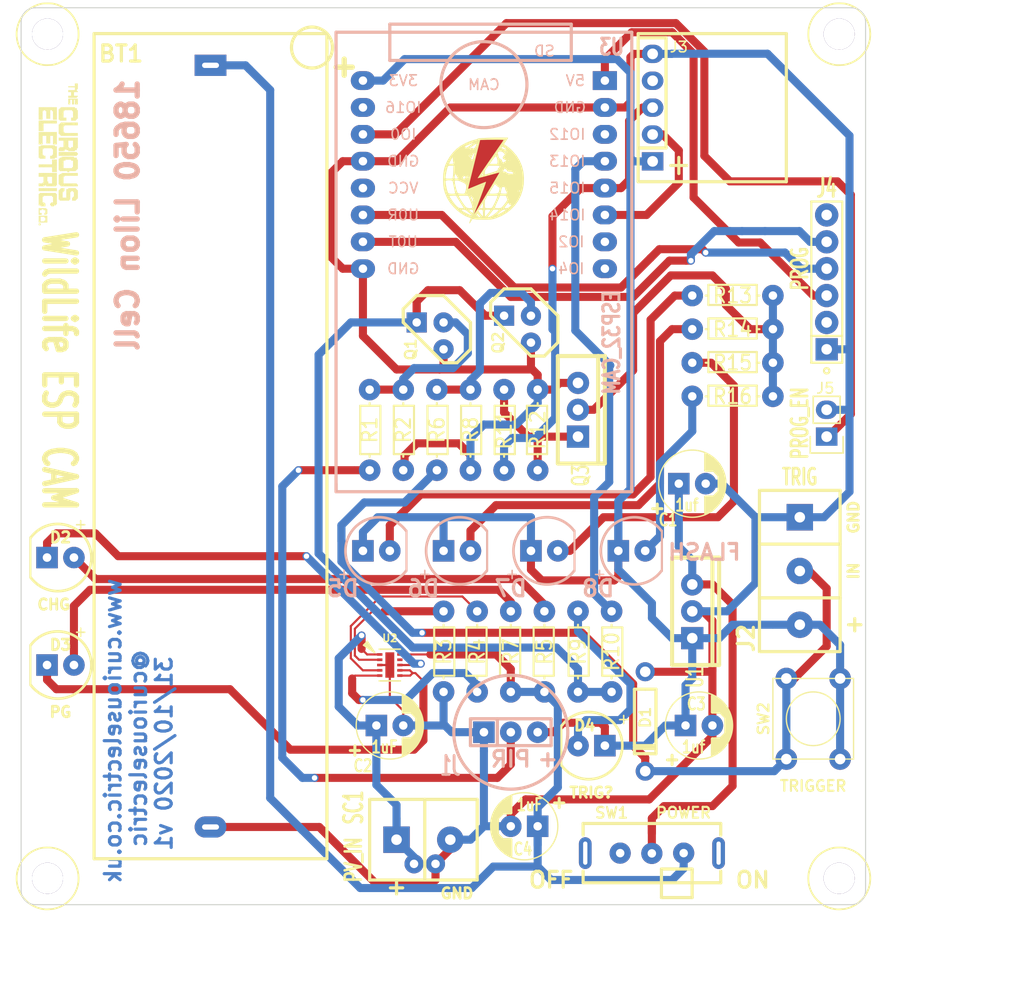
<source format=kicad_pcb>
(kicad_pcb (version 20171130) (host pcbnew "(5.1.10)-1")
  (layers (0 F.Cu signal) (31 B.Cu signal) (34 B.Paste user) (35 F.Paste user) (36 B.SilkS user) (37 F.SilkS user) (38 B.Mask user) (39 F.Mask user) (44 Edge.Cuts user))
  (net 0 "")
  (net 1 VCC)
  (net 2 GND)
  (net 3 "Net-(C1-Pad1)")
  (net 4 "Net-(D2-Pad2)")
  (net 5 "Net-(D3-Pad2)")
  (net 6 "Net-(D3-Pad1)")
  (net 7 "Net-(D2-Pad1)")
  (net 8 +3V3)
  (net 9 "Net-(J1-Pad2)")
  (net 10 "Net-(C2-Pad1)")
  (net 11 "Net-(D1-Pad1)")
  (net 12 "Net-(D4-Pad2)")
  (net 13 /I2C_CLK)
  (net 14 /I2C_DAT)
  (net 15 "Net-(J4-Pad2)")
  (net 16 /5V_PWR)
  (net 17 /U0R)
  (net 18 /U0T)
  (net 19 "Net-(J4-Pad6)")
  (net 20 /PROG_EN)
  (net 21 /TRIG)
  (net 22 "Net-(R3-Pad1)")
  (net 23 "Net-(R4-Pad1)")
  (net 24 "Net-(R4-Pad2)")
  (net 25 "Net-(U2-Pad9)")
  (net 26 "Net-(D5-Pad2)")
  (net 27 "Net-(D6-Pad2)")
  (net 28 "Net-(D7-Pad2)")
  (net 29 "Net-(D8-Pad2)")
  (net 30 "Net-(Q3-Pad2)")
  (net 31 "Net-(Q3-Pad1)")
  (net 32 "Net-(R10-Pad1)")
  (net 33 "Net-(U3-Pad12)")
  (net 34 "Net-(U3-Pad3)")
  (net 35 "Net-(U3-Pad15)")
  (net 36 "Net-(J3-Pad4)")
  (net 37 "Net-(J8-Pad1)")
  (net 38 "Net-(Q1-Pad2)")
  (net 39 "Net-(Q2-Pad2)")
  (net 40 "Net-(U3-Pad8)")
  (net 41 "Net-(U3-Pad7)")
  (module REInnovationFootprint:TH_LiIon_Holder (layer F.Cu) (at 111.125 55.88 270)
    (fp_text reference BT1 (at 1.905 -2.54 180) (layer F.SilkS) (effects (font (size 1.524 1.524) (thickness 0.3048))))
    (fp_text value "18650 LiIon Cell" (at 17.145 -3.175 270) (layer B.SilkS) (effects (font (size 2 2) (thickness 0.5)) (justify mirror)))
    (fp_text user + (at 3.175 -23.495 270) (layer F.SilkS) (effects (font (size 2 2) (thickness 0.5))))
    (pad "" np_thru_hole oval (at 66.5 -11 270) (size 5 3) (drill oval 5 3) (layers *.Cu *.Mask))
    (pad 1 thru_hole rect (at 3 -11 270) (size 2 3) (drill oval 0.5 1.6) (layers *.Cu *.Mask) (net 1 VCC))
    (pad 2 thru_hole oval (at 75 -11 270) (size 2 3) (drill oval 0.5 1.6) (layers *.Cu *.Mask) (net 2 GND))
    (pad "" np_thru_hole oval (at 11.5 -11 270) (size 5 3) (drill oval 5 3) (layers *.Cu *.Mask))
  )
  (module REInnovationFootprint:TH_LED-5MM_larg_pad (layer F.Cu) (at 107.95 105.41 180)
    (fp_text reference D2 (at 0 1.905 180) (layer F.SilkS) (effects (font (thickness 0.25))))
    (fp_text value CHG (at 0.635 -4.445 180) (layer F.SilkS) (effects (font (thickness 0.25))))
    (fp_text user + (at -1.905 3.175 180) (layer F.SilkS))
    (pad 2 thru_hole circle (at -1.27 0 180) (size 2.032 2.032) (drill 0.8128) (layers *.Cu *.Mask) (net 4 "Net-(D2-Pad2)"))
    (pad 1 thru_hole rect (at 1.27 0 180) (size 2.032 2.032) (drill 0.8128) (layers *.Cu *.Mask) (net 7 "Net-(D2-Pad1)"))
  )
  (module REInnovationFootprint:ESP32_CAM (layer F.Cu) (at 147.955 60.325 180)
    (fp_text reference U3 (at -12.065 3.175 180) (layer B.SilkS) (effects (font (size 1.524 1.143) (thickness 0.28702)) (justify mirror)))
    (fp_text value ESP32_CAM (at -12.065 -24.765 270) (layer B.SilkS) (effects (font (size 1.524 1.143) (thickness 0.28575)) (justify mirror)))
    (fp_text user SD (at -5.715 2.794 180) (layer B.SilkS) (effects (justify mirror)))
    (fp_text user CAM (at 0 -0.381 180) (layer B.SilkS) (effects (justify mirror)))
    (fp_text user 3V3 (at 7.62 0 180) (layer B.SilkS) (effects (justify mirror)))
    (fp_text user IO16 (at 7.62 -2.54 180) (layer B.SilkS) (effects (justify mirror)))
    (fp_text user IO0 (at 7.62 -5.08 180) (layer B.SilkS) (effects (justify mirror)))
    (fp_text user GND (at 7.62 -7.62 180) (layer B.SilkS) (effects (justify mirror)))
    (fp_text user VCC (at 7.62 -10.16 180) (layer B.SilkS) (effects (justify mirror)))
    (fp_text user U0R (at 7.62 -12.7 180) (layer B.SilkS) (effects (justify mirror)))
    (fp_text user U0T (at 7.62 -15.24 180) (layer B.SilkS) (effects (justify mirror)))
    (fp_text user GND (at 7.62 -17.78 180) (layer B.SilkS) (effects (justify mirror)))
    (fp_text user IO4 (at -8.255 -17.78 180) (layer B.SilkS) (effects (justify mirror)))
    (fp_text user IO2 (at -8.255 -15.24 180) (layer B.SilkS) (effects (justify mirror)))
    (fp_text user IO14 (at -7.874 -12.7 180) (layer B.SilkS) (effects (justify mirror)))
    (fp_text user IO15 (at -7.874 -10.16 180) (layer B.SilkS) (effects (justify mirror)))
    (fp_text user IO13 (at -7.874 -7.62 180) (layer B.SilkS) (effects (justify mirror)))
    (fp_text user IO12 (at -7.874 -5.08 180) (layer B.SilkS) (effects (justify mirror)))
    (fp_text user GND (at -8.128 -2.54 180) (layer B.SilkS) (effects (justify mirror)))
    (fp_text user 5V (at -8.636 0 180) (layer B.SilkS) (effects (justify mirror)))
    (pad 14 thru_hole oval (at 11.43 -5.08 90) (size 1.778 2.286) (drill 0.8) (layers *.Cu *.Mask) (net 20 /PROG_EN))
    (pad 13 thru_hole oval (at 11.43 -7.62 90) (size 1.778 2.286) (drill 0.8) (layers *.Cu *.Mask) (net 2 GND))
    (pad 12 thru_hole oval (at 11.43 -10.16 90) (size 1.778 2.286) (drill 0.8) (layers *.Cu *.Mask) (net 33 "Net-(U3-Pad12)"))
    (pad 11 thru_hole oval (at 11.43 -12.7 90) (size 1.778 2.286) (drill 0.8) (layers *.Cu *.Mask) (net 17 /U0R))
    (pad 10 thru_hole oval (at 11.43 -15.24 90) (size 1.778 2.286) (drill 0.8) (layers *.Cu *.Mask) (net 18 /U0T))
    (pad 9 thru_hole oval (at 11.43 -17.78 90) (size 1.778 2.286) (drill 0.8) (layers *.Cu *.Mask) (net 2 GND))
    (pad 8 thru_hole oval (at -11.43 -17.78 90) (size 1.778 2.286) (drill 0.8) (layers *.Cu *.Mask) (net 40 "Net-(U3-Pad8)"))
    (pad 7 thru_hole oval (at -11.43 -15.24 90) (size 1.778 2.286) (drill 0.8) (layers *.Cu *.Mask) (net 41 "Net-(U3-Pad7)"))
    (pad 6 thru_hole oval (at -11.43 -12.7 90) (size 1.778 2.286) (drill 0.8) (layers *.Cu *.Mask) (net 14 /I2C_DAT))
    (pad 5 thru_hole oval (at -11.43 -10.16 90) (size 1.778 2.286) (drill 0.8) (layers *.Cu *.Mask) (net 13 /I2C_CLK))
    (pad 4 thru_hole oval (at -11.43 -7.62 90) (size 1.778 2.286) (drill 0.8) (layers *.Cu *.Mask) (net 32 "Net-(R10-Pad1)"))
    (pad 3 thru_hole oval (at -11.43 -5.08 90) (size 1.778 2.286) (drill 0.8) (layers *.Cu *.Mask) (net 34 "Net-(U3-Pad3)"))
    (pad 2 thru_hole oval (at -11.43 -2.54 90) (size 1.778 2.286) (drill 0.8) (layers *.Cu *.Mask) (net 2 GND))
    (pad 1 thru_hole rect (at -11.43 0 90) (size 1.778 2.286) (drill 0.8) (layers *.Cu *.Mask) (net 16 /5V_PWR))
    (pad 15 thru_hole oval (at 11.43 -2.54 90) (size 1.778 2.286) (drill 0.8) (layers *.Cu *.Mask) (net 35 "Net-(U3-Pad15)"))
    (pad 16 thru_hole oval (at 11.43 0 90) (size 1.778 2.286) (drill 0.8) (layers *.Cu *.Mask) (net 8 +3V3))
  )
  (module REInnovationFootprint:TH_6x1_CONN (layer F.Cu) (at 180.34 79.375 90)
    (fp_text reference J4 (at 8.89 0 180) (layer F.SilkS) (effects (font (size 1.72974 1.08712) (thickness 0.27178))))
    (fp_text value PROG (at 1.27 -2.54 90) (layer F.SilkS) (effects (font (size 1.524 1) (thickness 0.25))))
    (pad 1 thru_hole rect (at -6.35 0 90) (size 2.10058 2.10058) (drill 1) (layers *.Cu *.Mask) (net 2 GND))
    (pad 2 thru_hole circle (at -3.81 0 90) (size 2.19964 2.19964) (drill 1) (layers *.Cu *.Mask) (net 15 "Net-(J4-Pad2)"))
    (pad 3 thru_hole circle (at -1.27 0 90) (size 2.19964 2.19964) (drill 1) (layers *.Cu *.Mask) (net 16 /5V_PWR))
    (pad 4 thru_hole circle (at 1.27 0 90) (size 2.19964 2.19964) (drill 1) (layers *.Cu *.Mask) (net 17 /U0R))
    (pad 5 thru_hole circle (at 3.81 0 90) (size 2.19964 2.19964) (drill 1) (layers *.Cu *.Mask) (net 18 /U0T))
    (pad 6 thru_hole circle (at 6.35 0 90) (size 2.19964 2.19964) (drill 1) (layers *.Cu *.Mask) (net 19 "Net-(J4-Pad6)"))
  )
  (module REInnovationFootprint:TH_LED-5MM_larg_pad (layer F.Cu) (at 107.95 115.57 180)
    (fp_text reference D3 (at 0 1.905 180) (layer F.SilkS) (effects (font (thickness 0.25))))
    (fp_text value PG (at 0 -4.445 180) (layer F.SilkS) (effects (font (thickness 0.25))))
    (fp_text user + (at -1.905 3.175 180) (layer F.SilkS))
    (pad 2 thru_hole circle (at -1.27 0 180) (size 2.032 2.032) (drill 0.8128) (layers *.Cu *.Mask) (net 5 "Net-(D3-Pad2)"))
    (pad 1 thru_hole rect (at 1.27 0 180) (size 2.032 2.032) (drill 0.8128) (layers *.Cu *.Mask) (net 6 "Net-(D3-Pad1)"))
  )
  (module REInnovationFootprint:TH_Resistor_1 (layer F.Cu) (at 144.145 114.3 270)
    (fp_text reference R3 (at 0 0 270) (layer F.SilkS) (effects (font (size 1.397 1.27) (thickness 0.2032))))
    (fp_text value 1k hide)
    (pad 1 thru_hole circle (at -3.81 0 270) (size 2.032 2.032) (drill 0.8001) (layers *.Cu *.Mask) (net 22 "Net-(R3-Pad1)"))
    (pad 2 thru_hole circle (at 3.81 0 270) (size 2.032 2.032) (drill 0.8001) (layers *.Cu *.Mask) (net 2 GND))
  )
  (module REInnovationFootprint:TH_Resistor_1 (layer F.Cu) (at 147.32 114.3 90)
    (fp_text reference R4 (at 0 0 90) (layer F.SilkS) (effects (font (size 1.397 1.27) (thickness 0.2032))))
    (fp_text value 100k hide)
    (pad 1 thru_hole circle (at -3.81 0 90) (size 2.032 2.032) (drill 0.8001) (layers *.Cu *.Mask) (net 23 "Net-(R4-Pad1)"))
    (pad 2 thru_hole circle (at 3.81 0 90) (size 2.032 2.032) (drill 0.8001) (layers *.Cu *.Mask) (net 24 "Net-(R4-Pad2)"))
  )
  (module REInnovationFootprint:TH_Resistor_1 (layer F.Cu) (at 153.67 114.3 90)
    (fp_text reference R5 (at 0 0 90) (layer F.SilkS) (effects (font (size 1.397 1.27) (thickness 0.2032))))
    (fp_text value 2.2k hide)
    (pad 1 thru_hole circle (at -3.81 0 90) (size 2.032 2.032) (drill 0.8001) (layers *.Cu *.Mask) (net 1 VCC))
    (pad 2 thru_hole circle (at 3.81 0 90) (size 2.032 2.032) (drill 0.8001) (layers *.Cu *.Mask) (net 4 "Net-(D2-Pad2)"))
  )
  (module REInnovationFootprint:TH_Resistor_1 (layer F.Cu) (at 150.495 114.3 90)
    (fp_text reference R7 (at 0 0 90) (layer F.SilkS) (effects (font (size 1.397 1.27) (thickness 0.2032))))
    (fp_text value 2.2k hide)
    (pad 1 thru_hole circle (at -3.81 0 90) (size 2.032 2.032) (drill 0.8001) (layers *.Cu *.Mask) (net 1 VCC))
    (pad 2 thru_hole circle (at 3.81 0 90) (size 2.032 2.032) (drill 0.8001) (layers *.Cu *.Mask) (net 5 "Net-(D3-Pad2)"))
  )
  (module REInnovationFootprint:SM_WSON-10-2x3 (layer F.Cu) (at 139.065 115.57)
    (fp_text reference U2 (at 0 -2.54) (layer F.SilkS) (effects (font (size 0.7 0.7))))
    (fp_text value BQ24210 hide)
    (pad 10 smd rect (at 0.95 -1) (size 0.5 0.25) (layers F.Cu F.Paste F.Mask) (net 1 VCC))
    (pad 9 smd rect (at 0.95 -0.5) (size 0.5 0.25) (layers F.Cu F.Paste F.Mask) (net 25 "Net-(U2-Pad9)"))
    (pad 6 smd rect (at 0.95 1) (size 0.5 0.25) (layers F.Cu F.Paste F.Mask) (net 6 "Net-(D3-Pad1)"))
    (pad 7 smd rect (at 0.95 0.5) (size 0.5 0.25) (layers F.Cu F.Paste F.Mask) (net 6 "Net-(D3-Pad1)"))
    (pad 8 smd rect (at 0.95 0) (size 0.5 0.25) (layers F.Cu F.Paste F.Mask) (net 7 "Net-(D2-Pad1)"))
    (pad 5 smd rect (at -0.95 1) (size 0.5 0.25) (layers F.Cu F.Paste F.Mask) (net 23 "Net-(R4-Pad1)"))
    (pad 4 smd rect (at -0.95 0.5) (size 0.5 0.25) (layers F.Cu F.Paste F.Mask) (net 24 "Net-(R4-Pad2)"))
    (pad 1 smd rect (at -0.95 -1) (size 0.5 0.25) (layers F.Cu F.Paste F.Mask) (net 10 "Net-(C2-Pad1)"))
    (pad 2 smd rect (at -0.95 -0.5) (size 0.5 0.25) (layers F.Cu F.Paste F.Mask) (net 22 "Net-(R3-Pad1)"))
    (pad PAD smd rect (at 0 0) (size 0.84 2.4) (layers F.Cu F.Mask) (net 2 GND))
    (pad 3 smd rect (at -0.95 0) (size 0.5 0.25) (layers F.Cu F.Paste F.Mask) (net 2 GND))
  )
  (module REInnovationFootprint:SIL-3_screw_terminal (layer F.Cu) (at 177.8 101.6 270)
    (fp_text reference J2 (at 11.43 5.08 90) (layer F.SilkS) (effects (font (size 1.524 1.524) (thickness 0.3048))))
    (fp_text value TRIG (at -3.81 0) (layer F.SilkS) (effects (font (size 1.524 1.016) (thickness 0.254))))
    (fp_text user IN (at 5.08 -5.08 270) (layer F.SilkS) (effects (font (thickness 0.25))))
    (fp_text user GND (at 0 -5.08 90) (layer F.SilkS) (effects (font (thickness 0.25))))
    (fp_text user + (at 10.16 -5.08 270) (layer F.SilkS) (effects (font (size 1.524 1.524) (thickness 0.3048))))
    (pad 3 thru_hole circle (at 10.16 0 270) (size 2.49936 2.49936) (drill 1.00076) (layers *.Cu *.Mask) (net 8 +3V3))
    (pad 1 thru_hole rect (at 0 0 270) (size 2.49936 2.49936) (drill 1.00076) (layers *.Cu *.Mask) (net 2 GND))
    (pad 2 thru_hole circle (at 5.08 0 270) (size 2.49936 2.49936) (drill 1.00076) (layers *.Cu *.Mask) (net 11 "Net-(D1-Pad1)"))
  )
  (module REInnovationFootprint:TH_Resistor_1 (layer F.Cu) (at 160.02 114.3 270)
    (fp_text reference R10 (at 0 0 270) (layer F.SilkS) (effects (font (size 1.397 1.27) (thickness 0.2032))))
    (fp_text value 10k hide)
    (pad 2 thru_hole circle (at 3.81 0 270) (size 2.032 2.032) (drill 0.8001) (layers *.Cu *.Mask) (net 21 /TRIG))
    (pad 1 thru_hole circle (at -3.81 0 270) (size 2.032 2.032) (drill 0.8001) (layers *.Cu *.Mask) (net 32 "Net-(R10-Pad1)"))
  )
  (module REInnovationFootprint:SW_SPDT_R_Angle_ALIEX (layer F.Cu) (at 163.83 133.35 270)
    (fp_text reference SW1 (at -3.81 3.81 180) (layer F.SilkS) (effects (font (size 1.016 1.016) (thickness 0.2032))))
    (fp_text value POWER (at -3.815 -2.982) (layer F.SilkS) (effects (font (size 1.016 1.016) (thickness 0.2032))))
    (pad 2 thru_hole circle (at 0.0254 0.00762 270) (size 2 2) (drill 0.8) (layers *.Cu *.Mask) (net 3 "Net-(C1-Pad1)"))
    (pad 1 thru_hole circle (at 0 -3 270) (size 2 2) (drill 0.8) (layers *.Cu *.Mask) (net 1 VCC))
    (pad 3 thru_hole circle (at 0 3 270) (size 2 2) (drill 0.8) (layers *.Cu *.Mask))
    (pad 4 thru_hole oval (at 0 -6.3 270) (size 3 1.2) (drill oval 2.2 0.4) (layers *.Cu *.Mask))
    (pad 5 thru_hole oval (at 0 6.3 270) (size 3 1.2) (drill oval 2.2 0.4) (layers *.Cu *.Mask))
  )
  (module REInnovationFootprint:TH_Diode_3 (layer F.Cu) (at 163.195 120.523 270)
    (fp_text reference D1 (at 0 0 270) (layer F.SilkS) (effects (font (size 1.016 1.016) (thickness 0.2032))))
    (fp_text value ZENER hide)
    (pad 1 thru_hole circle (at 5.08 0 270) (size 1.8 1.8) (drill 1.00076) (layers *.Cu *.Mask) (net 11 "Net-(D1-Pad1)"))
    (pad 2 thru_hole circle (at -4.318 0 270) (size 1.8 1.8) (drill 1.00076) (layers *.Cu *.Mask) (net 2 GND))
  )
  (module REInnovationFootprint:TH_LED-5MM (layer F.Cu) (at 158.115 123.19 180)
    (fp_text reference D4 (at 0.635 1.905 180) (layer F.SilkS) (effects (font (thickness 0.25))))
    (fp_text value TRIG? (at 0 -4.445 180) (layer F.SilkS) (effects (font (thickness 0.25))))
    (fp_text user + (at -3.048 2.54 180) (layer F.SilkS))
    (pad 1 thru_hole rect (at -1.27 0 180) (size 2.032 2.032) (drill 0.8128) (layers *.Cu *.Mask) (net 8 +3V3))
    (pad 2 thru_hole circle (at 1.27 0 180) (size 2.032 2.032) (drill 0.8128) (layers *.Cu *.Mask) (net 12 "Net-(D4-Pad2)"))
  )
  (module REInnovationFootprint:TH_Pin_Header_Straight_1x02 (layer F.Cu) (at 180.34 93.98 180)
    (fp_text reference J5 (at 0.127 4.572 180) (layer F.SilkS))
    (fp_text value PROG_EN (at 2.54 1.27 270) (layer F.SilkS) (effects (font (size 1.524 1) (thickness 0.25))))
    (pad 1 thru_hole rect (at 0 0 180) (size 2.032 1.7272) (drill 1.016) (layers *.Cu *.Mask) (net 20 /PROG_EN))
    (pad 2 thru_hole oval (at 0 2.54 180) (size 2.032 1.7272) (drill 1.016) (layers *.Cu *.Mask) (net 2 GND))
  )
  (module REInnovationFootprint:TH_Resistor_1 (layer F.Cu) (at 156.845 114.3 270)
    (fp_text reference R9 (at 0 0 270) (layer F.SilkS) (effects (font (size 1.397 1.27) (thickness 0.2032))))
    (fp_text value 330 hide)
    (pad 1 thru_hole circle (at -3.81 0 270) (size 2.032 2.032) (drill 0.8001) (layers *.Cu *.Mask) (net 12 "Net-(D4-Pad2)"))
    (pad 2 thru_hole circle (at 3.81 0 270) (size 2.032 2.032) (drill 0.8001) (layers *.Cu *.Mask) (net 21 /TRIG))
  )
  (module REInnovationFootprint:SW_PUSH_SMALL_lg_pad (layer F.Cu) (at 179.07 120.65 90)
    (fp_text reference SW2 (at 0 -4.699 90) (layer F.SilkS) (effects (font (size 1.016 1.016) (thickness 0.2032))))
    (fp_text value TRIGGER (at -6.35 0 180) (layer F.SilkS) (effects (font (size 1.016 1.016) (thickness 0.2032))))
    (pad 2 thru_hole circle (at -3.81 2.54 90) (size 2.032 2.032) (drill 1.00076) (layers *.Cu *.Mask) (net 8 +3V3))
    (pad 1 thru_hole circle (at -3.81 -2.54 90) (size 2.032 2.032) (drill 1.00076) (layers *.Cu *.Mask) (net 11 "Net-(D1-Pad1)"))
    (pad 2 thru_hole circle (at 3.81 2.54 90) (size 2.032 2.032) (drill 1.00076) (layers *.Cu *.Mask) (net 8 +3V3))
    (pad 1 thru_hole circle (at 3.81 -2.54 90) (size 2.032 2.032) (drill 1.00076) (layers *.Cu *.Mask) (net 11 "Net-(D1-Pad1)"))
  )
  (module CuriousElectric3:2019_011_16_CuriousElectricCompany_Logo_Round_Logo_No_words_KiCAD_10mm_PCBLogo (layer B.Cu) (at 148.59 73.787 180)
    (fp_text reference J7 hide)
    (fp_text value LOGO2 hide)
    (fp_poly (pts (xy 1.598158 5.545666) (xy 1.705783 5.113042) (xy 1.80602 4.705886) (xy 1.897159 4.331429) (xy 1.977492 3.996898) (xy 2.045309 3.709525) (xy 2.098903 3.476537) (xy 2.136563 3.305164) (xy 2.156581 3.202636) (xy 2.158569 3.175) (xy 2.111409 3.190455) (xy 1.998121 3.233634) (xy 1.830759 3.299761) (xy 1.621372 3.384057) (xy 1.382015 3.481744) (xy 1.30842 3.512018) (xy 1.064121 3.611815) (xy 0.84763 3.698579) (xy 0.670636 3.767764) (xy 0.544826 3.814825) (xy 0.481885 3.835215) (xy 0.476981 3.835425) (xy 0.488865 3.793728) (xy 0.529404 3.678319) (xy 0.596627 3.494419) (xy 0.688564 3.247251) (xy 0.803244 2.942034) (xy 0.938696 2.583991) (xy 1.09295 2.178343) (xy 1.264034 1.730312) (xy 1.449979 1.24512) (xy 1.648813 0.727987) (xy 1.696865 0.60325) (xy 1.718786 0.530957) (xy 1.716638 0.508) (xy 1.690623 0.542461) (xy 1.627213 0.638947) (xy 1.53296 0.787116) (xy 1.414414 0.976624) (xy 1.278125 1.197128) (xy 1.213951 1.30175) (xy 0.839385 1.914222) (xy 0.507452 2.457896) (xy 0.21624 2.935974) (xy -0.036165 3.351659) (xy -0.251675 3.708153) (xy -0.432203 4.008659) (xy -0.579661 4.256379) (xy -0.695963 4.454515) (xy -0.783021 4.606271) (xy -0.842749 4.714848) (xy -0.877058 4.783449) (xy -0.887861 4.815277) (xy -0.886433 4.818326) (xy -0.837265 4.811146) (xy -0.718164 4.783815) (xy -0.54065 4.739279) (xy -0.316247 4.680484) (xy -0.056475 4.610374) (xy 0.152388 4.552763) (xy 0.429212 4.47628) (xy 0.677522 4.408732) (xy 0.886181 4.353062) (xy 1.044052 4.312214) (xy 1.139998 4.289131) (xy 1.164643 4.285271) (xy 1.143056 4.321197) (xy 1.077521 4.420041) (xy 0.972518 4.575268) (xy 0.832523 4.780344) (xy 0.662014 5.028737) (xy 0.46547 5.313912) (xy 0.247368 5.629335) (xy 0.012186 5.968473) (xy -0.069101 6.085474) (xy -0.309311 6.431462) (xy -0.534242 6.756214) (xy -0.739372 7.053148) (xy -0.920181 7.315681) (xy -1.072147 7.537233) (xy -1.190747 7.71122) (xy -1.271462 7.831062) (xy -1.309769 7.890176) (xy -1.312333 7.895224) (xy -1.271806 7.900749) (xy -1.157444 7.905734) (xy -0.980081 7.909982) (xy -0.750549 7.913295) (xy -0.47968 7.915476) (xy -0.178306 7.916328) (xy -0.153453 7.916333) (xy 1.005427 7.916333) (xy 1.598158 5.545666)) (layer F.Cu) (width 0.01))
  )
  (module CuriousElectric3:TCEC_Words_13mm (layer F.Cu) (at 109.855 60.325 270)
    (fp_text reference J6 hide)
    (fp_text value LOGO1 hide)
  )
  (module REInnovationFootprint:C_1V7_TH (layer F.Cu) (at 167.64 98.425)
    (fp_text reference C1 (at -2.286 3.429) (layer F.SilkS) (effects (font (size 1.143 0.889) (thickness 0.2032))))
    (fp_text value 1uf (at -0.508 2.032) (layer F.SilkS) (effects (font (size 1.143 0.889) (thickness 0.2032))))
    (fp_text user + (at -3.302 2.286) (layer F.SilkS) (effects (font (size 1.143 1.143) (thickness 0.28702))))
    (pad 2 thru_hole circle (at 1.27 0) (size 2.032 2.032) (drill 0.8001) (layers *.Cu *.Mask) (net 2 GND))
    (pad 1 thru_hole rect (at -1.27 0) (size 2.032 2.032) (drill 0.8001) (layers *.Cu *.Mask) (net 3 "Net-(C1-Pad1)"))
  )
  (module REInnovationFootprint:C_1V7_TH (layer F.Cu) (at 139.065 121.285)
    (fp_text reference C2 (at -2.54 3.81) (layer F.SilkS) (effects (font (size 1.143 0.889) (thickness 0.2032))))
    (fp_text value 1uF (at -0.508 2.032) (layer F.SilkS) (effects (font (size 1.143 0.889) (thickness 0.2032))))
    (fp_text user + (at -3.302 2.286) (layer F.SilkS) (effects (font (size 1.143 1.143) (thickness 0.28702))))
    (pad 2 thru_hole circle (at 1.27 0) (size 2.032 2.032) (drill 0.8001) (layers *.Cu *.Mask) (net 2 GND))
    (pad 1 thru_hole rect (at -1.27 0) (size 2.032 2.032) (drill 0.8001) (layers *.Cu *.Mask) (net 10 "Net-(C2-Pad1)"))
  )
  (module REInnovationFootprint:C_1V7_TH (layer F.Cu) (at 168.275 121.285)
    (fp_text reference C3 (at -0.254 -2.032) (layer F.SilkS) (effects (font (size 1.143 0.889) (thickness 0.2032))))
    (fp_text value 1uf (at -0.508 2.032) (layer F.SilkS) (effects (font (size 1.143 0.889) (thickness 0.2032))))
    (fp_text user + (at -2.54 3.175) (layer F.SilkS) (effects (font (size 1.143 1.143) (thickness 0.28702))))
    (pad 1 thru_hole rect (at -1.27 0) (size 2.032 2.032) (drill 0.8001) (layers *.Cu *.Mask) (net 8 +3V3))
    (pad 2 thru_hole circle (at 1.27 0) (size 2.032 2.032) (drill 0.8001) (layers *.Cu *.Mask) (net 2 GND))
  )
  (module REInnovationFootprint:C_1V7_TH (layer F.Cu) (at 151.765 130.81 180)
    (fp_text reference C4 (at 0.127 -2.159 180) (layer F.SilkS) (effects (font (size 1.143 0.889) (thickness 0.2032))))
    (fp_text value 1uF (at -0.508 2.032 180) (layer F.SilkS) (effects (font (size 1.143 0.889) (thickness 0.2032))))
    (fp_text user + (at -3.302 2.286 180) (layer F.SilkS) (effects (font (size 1.143 1.143) (thickness 0.28702))))
    (pad 1 thru_hole rect (at -1.27 0 180) (size 2.032 2.032) (drill 0.8001) (layers *.Cu *.Mask) (net 1 VCC))
    (pad 2 thru_hole circle (at 1.27 0 180) (size 2.032 2.032) (drill 0.8001) (layers *.Cu *.Mask) (net 2 GND))
  )
  (module REInnovationFootprint:TO220_MCP1826S (layer F.Cu) (at 167.64 110.49)
    (fp_text reference U1 (at 0.254 6.223 90) (layer F.SilkS) (effects (font (size 1.524 1.016) (thickness 0.2032))))
    (fp_text value MCP1826S-3302 hide)
    (pad 2 thru_hole circle (at 0 0) (size 2.10058 2.10058) (drill 1.00076) (layers *.Cu *.Mask) (net 2 GND))
    (pad 1 thru_hole circle (at 0 -2.54) (size 2.10058 2.10058) (drill 1.00076) (layers *.Cu *.Mask) (net 3 "Net-(C1-Pad1)"))
    (pad 3 thru_hole rect (at 0 2.54) (size 2.10058 2.10058) (drill 1.00076) (layers *.Cu *.Mask) (net 8 +3V3))
  )
  (module REInnovationFootprint:TH_LED-5MM (layer B.Cu) (at 137.795 104.775)
    (fp_text reference D5 (at -3.175 3.556) (layer B.SilkS) (effects (font (size 1.524 1.524) (thickness 0.3048)) (justify mirror)))
    (fp_text value FLASH hide)
    (fp_text user + (at -3.048 2.159) (layer B.SilkS) (effects (justify mirror)))
    (pad 2 thru_hole circle (at 1.27 0) (size 2.032 2.032) (drill 0.8128) (layers *.Cu *.Mask) (net 26 "Net-(D5-Pad2)"))
    (pad 1 thru_hole rect (at -1.27 0) (size 2.032 2.032) (drill 0.8128) (layers *.Cu *.Mask) (net 8 +3V3))
  )
  (module REInnovationFootprint:TH_LED-5MM (layer B.Cu) (at 145.415 104.775)
    (fp_text reference D6 (at -3.175 3.556) (layer B.SilkS) (effects (font (size 1.524 1.524) (thickness 0.3048)) (justify mirror)))
    (fp_text value FLASH hide)
    (fp_text user + (at -3.048 2.159) (layer B.SilkS) (effects (justify mirror)))
    (pad 1 thru_hole rect (at -1.27 0) (size 2.032 2.032) (drill 0.8128) (layers *.Cu *.Mask) (net 8 +3V3))
    (pad 2 thru_hole circle (at 1.27 0) (size 2.032 2.032) (drill 0.8128) (layers *.Cu *.Mask) (net 27 "Net-(D6-Pad2)"))
  )
  (module REInnovationFootprint:TH_LED-5MM (layer B.Cu) (at 153.67 104.775)
    (fp_text reference D7 (at -3.175 3.556) (layer B.SilkS) (effects (font (size 1.524 1.524) (thickness 0.3048)) (justify mirror)))
    (fp_text value FLASH hide)
    (fp_text user + (at -3.048 2.159) (layer B.SilkS) (effects (justify mirror)))
    (pad 2 thru_hole circle (at 1.27 0) (size 2.032 2.032) (drill 0.8128) (layers *.Cu *.Mask) (net 28 "Net-(D7-Pad2)"))
    (pad 1 thru_hole rect (at -1.27 0) (size 2.032 2.032) (drill 0.8128) (layers *.Cu *.Mask) (net 8 +3V3))
  )
  (module REInnovationFootprint:TH_LED-5MM (layer B.Cu) (at 161.925 104.775)
    (fp_text reference D8 (at -3.175 3.556) (layer B.SilkS) (effects (font (size 1.524 1.524) (thickness 0.3048)) (justify mirror)))
    (fp_text value FLASH hide)
    (fp_text user + (at -3.048 2.159) (layer B.SilkS) (effects (justify mirror)))
    (pad 1 thru_hole rect (at -1.27 0) (size 2.032 2.032) (drill 0.8128) (layers *.Cu *.Mask) (net 8 +3V3))
    (pad 2 thru_hole circle (at 1.27 0) (size 2.032 2.032) (drill 0.8128) (layers *.Cu *.Mask) (net 29 "Net-(D8-Pad2)"))
  )
  (module REInnovationFootprint:TH_Resistor_1 (layer F.Cu) (at 171.45 80.645)
    (fp_text reference R13 (at 0 0) (layer F.SilkS) (effects (font (size 1.397 1.27) (thickness 0.2032))))
    (fp_text value 100 hide)
    (pad 1 thru_hole circle (at -3.81 0) (size 2.032 2.032) (drill 0.8001) (layers *.Cu *.Mask) (net 26 "Net-(D5-Pad2)"))
    (pad 2 thru_hole circle (at 3.81 0) (size 2.032 2.032) (drill 0.8001) (layers *.Cu *.Mask) (net 30 "Net-(Q3-Pad2)"))
  )
  (module REInnovationFootprint:TH_Resistor_1 (layer F.Cu) (at 171.45 83.82)
    (fp_text reference R14 (at 0 0) (layer F.SilkS) (effects (font (size 1.397 1.27) (thickness 0.2032))))
    (fp_text value 100 hide)
    (pad 2 thru_hole circle (at 3.81 0) (size 2.032 2.032) (drill 0.8001) (layers *.Cu *.Mask) (net 30 "Net-(Q3-Pad2)"))
    (pad 1 thru_hole circle (at -3.81 0) (size 2.032 2.032) (drill 0.8001) (layers *.Cu *.Mask) (net 27 "Net-(D6-Pad2)"))
  )
  (module REInnovationFootprint:TH_Resistor_1 (layer F.Cu) (at 171.45 86.995)
    (fp_text reference R15 (at 0 0) (layer F.SilkS) (effects (font (size 1.397 1.27) (thickness 0.2032))))
    (fp_text value 100 hide)
    (pad 1 thru_hole circle (at -3.81 0) (size 2.032 2.032) (drill 0.8001) (layers *.Cu *.Mask) (net 28 "Net-(D7-Pad2)"))
    (pad 2 thru_hole circle (at 3.81 0) (size 2.032 2.032) (drill 0.8001) (layers *.Cu *.Mask) (net 30 "Net-(Q3-Pad2)"))
  )
  (module REInnovationFootprint:TH_Resistor_1 (layer F.Cu) (at 171.45 90.17)
    (fp_text reference R16 (at 0 0) (layer F.SilkS) (effects (font (size 1.397 1.27) (thickness 0.2032))))
    (fp_text value 100 hide)
    (pad 2 thru_hole circle (at 3.81 0) (size 2.032 2.032) (drill 0.8001) (layers *.Cu *.Mask) (net 30 "Net-(Q3-Pad2)"))
    (pad 1 thru_hole circle (at -3.81 0) (size 2.032 2.032) (drill 0.8001) (layers *.Cu *.Mask) (net 29 "Net-(D8-Pad2)"))
  )
  (module REInnovationFootprint:TH_RTC_MODULE_SM (layer F.Cu) (at 176.53 55.88 180)
    (fp_text reference J3 (at 10.16 -1.27) (layer F.SilkS))
    (fp_text value RTC_DS3231 hide)
    (fp_text user + (at 10.16 -12.319 180) (layer F.SilkS) (effects (font (size 2 2) (thickness 0.3))))
    (pad 1 thru_hole rect (at 12.635 -12.08 180) (size 2.032 1.7272) (drill 1.016) (layers *.Cu *.Mask) (net 8 +3V3))
    (pad 2 thru_hole oval (at 12.635 -9.54 180) (size 2.032 1.7272) (drill 1.016) (layers *.Cu *.Mask) (net 14 /I2C_DAT))
    (pad 3 thru_hole oval (at 12.635 -7 180) (size 2.032 1.7272) (drill 1.016) (layers *.Cu *.Mask) (net 13 /I2C_CLK))
    (pad 4 thru_hole oval (at 12.635 -4.46 180) (size 2.032 1.7272) (drill 1.016) (layers *.Cu *.Mask) (net 36 "Net-(J3-Pad4)"))
    (pad 5 thru_hole oval (at 12.635 -1.92 180) (size 2.032 1.7272) (drill 1.016) (layers *.Cu *.Mask) (net 2 GND))
  )
  (module REInnovationFootprint:PCB_Wildlife_Cam (layer F.Cu) (at 198.755 146.05)
    (fp_text reference J8 hide)
    (fp_text value PCB hide)
    (fp_line (start -93.20233 -92.61406) (end -16.0615 -92.61406) (layer Edge.Cuts) (width 0.1))
    (fp_line (start -16.0615 -92.61406) (end -15.7942 -92.58728) (layer Edge.Cuts) (width 0.1))
    (fp_line (start -15.7942 -92.58728) (end -15.5456 -92.51042) (layer Edge.Cuts) (width 0.1))
    (fp_line (start -15.5456 -92.51042) (end -15.3208 -92.38873) (layer Edge.Cuts) (width 0.1))
    (fp_line (start -15.3208 -92.38873) (end -15.1252 -92.22744) (layer Edge.Cuts) (width 0.1))
    (fp_line (start -15.1252 -92.22744) (end -14.9639 -92.0318) (layer Edge.Cuts) (width 0.1))
    (fp_line (start -14.9639 -92.0318) (end -14.8422 -91.80704) (layer Edge.Cuts) (width 0.1))
    (fp_line (start -14.8422 -91.80704) (end -14.7653 -91.55841) (layer Edge.Cuts) (width 0.1))
    (fp_line (start -14.7653 -91.55841) (end -14.7385 -91.29115) (layer Edge.Cuts) (width 0.1))
    (fp_line (start -14.7385 -91.29115) (end -14.7385 -9.1503) (layer Edge.Cuts) (width 0.1))
    (fp_line (start -14.7385 -9.1503) (end -14.7653 -8.883) (layer Edge.Cuts) (width 0.1))
    (fp_line (start -14.7653 -8.883) (end -14.8422 -8.6344) (layer Edge.Cuts) (width 0.1))
    (fp_line (start -14.8422 -8.6344) (end -14.9639 -8.4096) (layer Edge.Cuts) (width 0.1))
    (fp_line (start -14.9639 -8.4096) (end -15.1252 -8.214) (layer Edge.Cuts) (width 0.1))
    (fp_line (start -15.1252 -8.214) (end -15.3208 -8.0527) (layer Edge.Cuts) (width 0.1))
    (fp_line (start -15.3208 -8.0527) (end -15.5456 -7.931) (layer Edge.Cuts) (width 0.1))
    (fp_line (start -15.5456 -7.931) (end -15.7942 -7.8541) (layer Edge.Cuts) (width 0.1))
    (fp_line (start -15.7942 -7.8541) (end -16.0615 -7.8274) (layer Edge.Cuts) (width 0.1))
    (fp_line (start -16.0615 -7.8274) (end -93.20233 -7.8274) (layer Edge.Cuts) (width 0.1))
    (fp_line (start -93.20233 -7.8274) (end -93.46959 -7.8541) (layer Edge.Cuts) (width 0.1))
    (fp_line (start -93.46959 -7.8541) (end -93.71822 -7.931) (layer Edge.Cuts) (width 0.1))
    (fp_line (start -93.71822 -7.931) (end -93.94298 -8.0527) (layer Edge.Cuts) (width 0.1))
    (fp_line (start -93.94298 -8.0527) (end -94.13862 -8.214) (layer Edge.Cuts) (width 0.1))
    (fp_line (start -94.13862 -8.214) (end -94.29991 -8.4096) (layer Edge.Cuts) (width 0.1))
    (fp_line (start -94.29991 -8.4096) (end -94.4216 -8.6344) (layer Edge.Cuts) (width 0.1))
    (fp_line (start -94.4216 -8.6344) (end -94.49846 -8.883) (layer Edge.Cuts) (width 0.1))
    (fp_line (start -94.49846 -8.883) (end -94.52524 -9.1503) (layer Edge.Cuts) (width 0.1))
    (fp_line (start -94.52524 -9.1503) (end -94.52524 -91.29115) (layer Edge.Cuts) (width 0.1))
    (fp_line (start -94.52524 -91.29115) (end -94.49846 -91.55841) (layer Edge.Cuts) (width 0.1))
    (fp_line (start -94.49846 -91.55841) (end -94.4216 -91.80704) (layer Edge.Cuts) (width 0.1))
    (fp_line (start -94.4216 -91.80704) (end -94.29991 -92.0318) (layer Edge.Cuts) (width 0.1))
    (fp_line (start -94.29991 -92.0318) (end -94.13862 -92.22744) (layer Edge.Cuts) (width 0.1))
    (fp_line (start -94.13862 -92.22744) (end -93.94298 -92.38873) (layer Edge.Cuts) (width 0.1))
    (fp_line (start -93.94298 -92.38873) (end -93.71822 -92.51042) (layer Edge.Cuts) (width 0.1))
    (fp_line (start -93.71822 -92.51042) (end -93.46959 -92.58728) (layer Edge.Cuts) (width 0.1))
    (fp_line (start -93.46959 -92.58728) (end -93.20233 -92.61406) (layer Edge.Cuts) (width 0.1))
    (fp_line (start -93.20233 -92.61406) (end -93.20233 -92.61406) (layer Edge.Cuts) (width 0.1))
    (fp_line (start -93.20233 -92.61406) (end -93.20233 -92.61406) (layer Edge.Cuts) (width 0.1))
    (pad 1 thru_hole circle (at -92.031714 -90.120528) (size 2.9347 2.9347) (drill 2.9347) (layers *.Cu *.Mask) (net 37 "Net-(J8-Pad1)"))
    (pad 2 thru_hole circle (at -17.232071 -10.320885) (size 2.9347 2.9347) (drill 2.9347) (layers *.Cu *.Mask))
    (pad 3 thru_hole circle (at -17.232071 -90.120528) (size 2.9347 2.9347) (drill 2.9347) (layers *.Cu *.Mask))
    (pad 4 thru_hole circle (at -92.031714 -10.320885) (size 2.9347 2.9347) (drill 2.9347) (layers *.Cu *.Mask))
  )
  (module REInnovationFootprint:SIL_2_screw_+_JST_2mm (layer F.Cu) (at 139.7 132.08)
    (fp_text reference SC1 (at -4.064 -3.048 90) (layer F.SilkS) (effects (font (size 1.72974 1.08712) (thickness 0.27178))))
    (fp_text value PV_IN (at -4.064 1.905 90) (layer F.SilkS) (effects (font (size 1.524 1.016) (thickness 0.254))))
    (fp_text user GND (at 5.715 5.08 180) (layer F.SilkS) (effects (font (thickness 0.25))))
    (fp_text user + (at 0 4.445) (layer F.SilkS) (effects (font (size 1.524 1.524) (thickness 0.3048))))
    (pad 1 thru_hole rect (at 0 0) (size 2.49936 2.49936) (drill 1.00076) (layers *.Cu *.Mask) (net 10 "Net-(C2-Pad1)"))
    (pad 2 thru_hole circle (at 5.08 0) (size 2.49936 2.49936) (drill 1.00076) (layers *.Cu *.Mask) (net 2 GND))
    (pad 1 thru_hole circle (at 1.651 2.286) (size 1.8 1.8) (drill 0.8) (layers *.Cu *.Mask) (net 10 "Net-(C2-Pad1)"))
    (pad 2 thru_hole circle (at 3.683 2.286) (size 1.8 1.8) (drill 0.8) (layers *.Cu *.Mask) (net 2 GND))
  )
  (module REInnovationFootprint:TO220_BD135 (layer F.Cu) (at 156.845 91.44)
    (fp_text reference Q3 (at 0.254 6.223 90) (layer F.SilkS) (effects (font (size 1.524 1.016) (thickness 0.2032))))
    (fp_text value BD135 hide)
    (pad 3 thru_hole circle (at 0 -2.54) (size 2.10058 2.10058) (drill 1.00076) (layers *.Cu *.Mask) (net 2 GND))
    (pad 2 thru_hole circle (at 0 0) (size 2.10058 2.10058) (drill 1.00076) (layers *.Cu *.Mask) (net 30 "Net-(Q3-Pad2)"))
    (pad 1 thru_hole rect (at 0 2.54) (size 2.10058 2.10058) (drill 1.00076) (layers *.Cu *.Mask) (net 31 "Net-(Q3-Pad1)"))
  )
  (module REInnovationFootprint:TH_Resistor_1 (layer F.Cu) (at 137.16 93.345 270)
    (fp_text reference R1 (at 0 0 270) (layer F.SilkS) (effects (font (size 1.397 1.27) (thickness 0.2032))))
    (fp_text value 1k hide)
    (pad 1 thru_hole circle (at -3.81 0 270) (size 2.032 2.032) (drill 0.8001) (layers *.Cu *.Mask) (net 38 "Net-(Q1-Pad2)"))
    (pad 2 thru_hole circle (at 3.81 0 270) (size 2.032 2.032) (drill 0.8001) (layers *.Cu *.Mask) (net 9 "Net-(J1-Pad2)"))
  )
  (module REInnovationFootprint:TH_Resistor_1 (layer F.Cu) (at 140.335 93.345 270)
    (fp_text reference R2 (at 0 0 270) (layer F.SilkS) (effects (font (size 1.397 1.27) (thickness 0.2032))))
    (fp_text value 10k hide)
    (pad 1 thru_hole circle (at -3.81 0 270) (size 2.032 2.032) (drill 0.8001) (layers *.Cu *.Mask) (net 38 "Net-(Q1-Pad2)"))
    (pad 2 thru_hole circle (at 3.81 0 270) (size 2.032 2.032) (drill 0.8001) (layers *.Cu *.Mask) (net 2 GND))
  )
  (module REInnovationFootprint:TH_Resistor_1 (layer F.Cu) (at 143.51 93.345 270)
    (fp_text reference R6 (at 0 0 270) (layer F.SilkS) (effects (font (size 1.397 1.27) (thickness 0.2032))))
    (fp_text value 1k hide)
    (pad 2 thru_hole circle (at 3.81 0 270) (size 2.032 2.032) (drill 0.8001) (layers *.Cu *.Mask) (net 11 "Net-(D1-Pad1)"))
    (pad 1 thru_hole circle (at -3.81 0 270) (size 2.032 2.032) (drill 0.8001) (layers *.Cu *.Mask) (net 39 "Net-(Q2-Pad2)"))
  )
  (module REInnovationFootprint:TH_Resistor_1 (layer F.Cu) (at 146.685 93.345 270)
    (fp_text reference R8 (at 0 0 270) (layer F.SilkS) (effects (font (size 1.397 1.27) (thickness 0.2032))))
    (fp_text value 10k hide)
    (pad 2 thru_hole circle (at 3.81 0 270) (size 2.032 2.032) (drill 0.8001) (layers *.Cu *.Mask) (net 2 GND))
    (pad 1 thru_hole circle (at -3.81 0 270) (size 2.032 2.032) (drill 0.8001) (layers *.Cu *.Mask) (net 39 "Net-(Q2-Pad2)"))
  )
  (module REInnovationFootprint:TH_Resistor_1 (layer F.Cu) (at 149.86 93.345 270)
    (fp_text reference R11 (at 0 0 270) (layer F.SilkS) (effects (font (size 1.397 1.27) (thickness 0.2032))))
    (fp_text value 1k hide)
    (pad 2 thru_hole circle (at 3.81 0 270) (size 2.032 2.032) (drill 0.8001) (layers *.Cu *.Mask) (net 13 /I2C_CLK))
    (pad 1 thru_hole circle (at -3.81 0 270) (size 2.032 2.032) (drill 0.8001) (layers *.Cu *.Mask) (net 31 "Net-(Q3-Pad1)"))
  )
  (module REInnovationFootprint:TH_Resistor_1 (layer F.Cu) (at 153.035 93.345 90)
    (fp_text reference R12 (at 0 0 90) (layer F.SilkS) (effects (font (size 1.397 1.27) (thickness 0.2032))))
    (fp_text value 10k hide)
    (pad 1 thru_hole circle (at -3.81 0 90) (size 2.032 2.032) (drill 0.8001) (layers *.Cu *.Mask) (net 31 "Net-(Q3-Pad1)"))
    (pad 2 thru_hole circle (at 3.81 0 90) (size 2.032 2.032) (drill 0.8001) (layers *.Cu *.Mask) (net 2 GND))
  )
  (module REInnovationFootprint:SIL-3_PIR_SENSOR (layer B.Cu) (at 150.495 121.92)
    (fp_text reference J1 (at -5.715 3.175) (layer B.SilkS) (effects (font (size 1.7907 1.07696) (thickness 0.26924)) (justify mirror)))
    (fp_text value PIR (at 0 2.54) (layer B.SilkS) (effects (font (size 1.5 1.5) (thickness 0.3)) (justify mirror)))
    (fp_text user + (at 3.5 2.5) (layer B.SilkS) (effects (font (size 1.5 1.5) (thickness 0.3)) (justify mirror)))
    (pad 1 thru_hole rect (at -2.54 0) (size 2.032 2.032) (drill 0.8128) (layers *.Cu *.Mask) (net 2 GND))
    (pad 2 thru_hole circle (at 0 0) (size 2.032 2.032) (drill 0.8128) (layers *.Cu *.Mask) (net 9 "Net-(J1-Pad2)"))
    (pad 3 thru_hole circle (at 2.54 0) (size 2.032 2.032) (drill 0.8128) (layers *.Cu *.Mask) (net 8 +3V3))
  )
  (module REInnovationFootprint:NPN_BC337 (layer F.Cu) (at 142.875 84.455 270)
    (fp_text reference Q1 (at 1.2827 1.8288 270) (layer F.SilkS) (effects (font (size 1.016 1.016) (thickness 0.2032))))
    (fp_text value 2N3904 hide)
    (pad 3 thru_hole circle (at 1.27 -1.27 270) (size 1.905 1.905) (drill 0.8001) (layers *.Cu *.Mask) (net 2 GND))
    (pad 2 thru_hole circle (at -1.27 -1.27 270) (size 1.905 1.905) (drill 0.8001) (layers *.Cu *.Mask) (net 38 "Net-(Q1-Pad2)"))
    (pad 1 thru_hole rect (at -1.27 1.27 270) (size 1.905 1.905) (drill 0.8001) (layers *.Cu *.Mask) (net 21 /TRIG))
  )
  (module REInnovationFootprint:NPN_BC337 (layer F.Cu) (at 151.13 83.82 270)
    (fp_text reference Q2 (at 1.2827 1.8288 270) (layer F.SilkS) (effects (font (size 1.016 1.016) (thickness 0.2032))))
    (fp_text value 2N3904 hide)
    (pad 1 thru_hole rect (at -1.27 1.27 270) (size 1.905 1.905) (drill 0.8001) (layers *.Cu *.Mask) (net 21 /TRIG))
    (pad 2 thru_hole circle (at -1.27 -1.27 270) (size 1.905 1.905) (drill 0.8001) (layers *.Cu *.Mask) (net 39 "Net-(Q2-Pad2)"))
    (pad 3 thru_hole circle (at 1.27 -1.27 270) (size 1.905 1.905) (drill 0.8001) (layers *.Cu *.Mask) (net 2 GND))
  )
  (gr_text OFF (at 154.305 135.89) (layer F.SilkS) (effects (font (size 1.5 1.5) (thickness 0.3))))
  (gr_text ON (at 173.355 135.89) (layer F.SilkS) (effects (font (size 1.5 1.5) (thickness 0.3))))
  (gr_text FLASH (at 168.783 104.902) (layer B.SilkS) (effects (font (size 1.5 1.5) (thickness 0.3)) (justify mirror)))
  (gr_text "31/10/2020 v1" (at 117.729 123.952 90) (layer B.Cu) (effects (font (size 1.5 1.5) (thickness 0.3)) (justify mirror)))
  (gr_text @curiouselectric (at 115.316 123.444 90) (layer B.Cu) (effects (font (size 1.5 1.5) (thickness 0.3)) (justify mirror)))
  (gr_text www.curiouselectric.co.uk (at 112.903 121.793 90) (layer B.Cu) (effects (font (size 1.5 1.5) (thickness 0.3)) (justify mirror)))
  (gr_text "WildLife ESP CAM" (at 107.823 87.757 270) (layer F.SilkS) (effects (font (size 3 2) (thickness 0.5))))
  (segment (start 153.035 130.81) (end 153.035 132.588) (width 0.762) (layer B.Cu) (net 1))
  (segment (start 153.035 129.032) (end 154.94 127.127) (width 0.762) (layer B.Cu) (net 1))
  (segment (start 153.035 130.81) (end 153.035 129.032) (width 0.762) (layer B.Cu) (net 1))
  (segment (start 154.94 119.38) (end 153.67 118.11) (width 0.762) (layer B.Cu) (net 1))
  (segment (start 154.94 127.127) (end 154.94 119.38) (width 0.762) (layer B.Cu) (net 1))
  (segment (start 150.495 118.11) (end 153.67 118.11) (width 0.762) (layer B.Cu) (net 1))
  (segment (start 153.035 130.81) (end 153.035 134.62) (width 0.762) (layer B.Cu) (net 1))
  (segment (start 153.035 134.62) (end 154.305 135.89) (width 0.762) (layer B.Cu) (net 1))
  (segment (start 154.305 135.89) (end 165.735 135.89) (width 0.762) (layer B.Cu) (net 1))
  (segment (start 166.83 134.795) (end 166.83 133.35) (width 0.762) (layer B.Cu) (net 1))
  (segment (start 165.735 135.89) (end 166.83 134.795) (width 0.762) (layer B.Cu) (net 1))
  (segment (start 122.125 58.88) (end 125.428 58.88) (width 0.762) (layer B.Cu) (net 1))
  (segment (start 150.495 118.11) (end 150.495 115.951) (width 0.762) (layer F.Cu) (net 1))
  (segment (start 149.114 114.57) (end 142.891 114.57) (width 0.762) (layer F.Cu) (net 1))
  (segment (start 150.495 115.951) (end 149.114 114.57) (width 0.762) (layer F.Cu) (net 1))
  (segment (start 140.015 114.57) (end 142.891 114.57) (width 0.2) (layer F.Cu) (net 1))
  (segment (start 130.81 131.191) (end 127.762 128.143) (width 0.762) (layer B.Cu) (net 1))
  (segment (start 130.429 130.81) (end 130.81 131.191) (width 0.762) (layer B.Cu) (net 1))
  (segment (start 127.762 61.214) (end 125.7935 59.2455) (width 0.762) (layer B.Cu) (net 1))
  (segment (start 127.762 128.143) (end 127.762 61.214) (width 0.762) (layer B.Cu) (net 1))
  (segment (start 125.428 58.88) (end 125.7935 59.2455) (width 0.762) (layer B.Cu) (net 1))
  (segment (start 148.844 134.62) (end 153.035 134.62) (width 0.762) (layer B.Cu) (net 1))
  (segment (start 146.812 136.652) (end 148.844 134.62) (width 0.762) (layer B.Cu) (net 1))
  (segment (start 136.271 136.652) (end 146.812 136.652) (width 0.762) (layer B.Cu) (net 1))
  (segment (start 130.81 131.191) (end 136.271 136.652) (width 0.762) (layer B.Cu) (net 1))
  (segment (start 147.955 123.698) (end 147.955 130.81) (width 0.762) (layer B.Cu) (net 2))
  (segment (start 147.955 121.92) (end 147.955 123.698) (width 0.762) (layer B.Cu) (net 2))
  (segment (start 147.955 130.81) (end 150.495 130.81) (width 0.762) (layer B.Cu) (net 2))
  (segment (start 140.335 121.285) (end 144.272 121.285) (width 0.762) (layer B.Cu) (net 2))
  (segment (start 144.907 121.92) (end 147.955 121.92) (width 0.762) (layer B.Cu) (net 2))
  (segment (start 144.272 121.285) (end 144.907 121.92) (width 0.762) (layer B.Cu) (net 2))
  (segment (start 144.145 121.158) (end 144.145 118.11) (width 0.762) (layer B.Cu) (net 2))
  (segment (start 144.272 121.285) (end 144.145 121.158) (width 0.762) (layer B.Cu) (net 2))
  (segment (start 168.91 98.425) (end 170.434 98.425) (width 0.762) (layer B.Cu) (net 2))
  (segment (start 173.609 101.6) (end 177.8 101.6) (width 0.762) (layer B.Cu) (net 2))
  (segment (start 170.434 98.425) (end 173.609 101.6) (width 0.762) (layer B.Cu) (net 2))
  (segment (start 177.8 101.6) (end 180.086 101.6) (width 0.762) (layer B.Cu) (net 2))
  (segment (start 180.086 101.6) (end 182.499 99.187) (width 0.762) (layer B.Cu) (net 2))
  (segment (start 182.372 85.725) (end 182.499 85.852) (width 0.762) (layer B.Cu) (net 2))
  (segment (start 180.34 85.725) (end 182.372 85.725) (width 0.762) (layer B.Cu) (net 2))
  (segment (start 182.499 85.852) (end 182.499 65.532) (width 0.762) (layer B.Cu) (net 2))
  (segment (start 180.34 91.44) (end 182.499 91.44) (width 0.762) (layer B.Cu) (net 2))
  (segment (start 182.499 99.187) (end 182.499 91.44) (width 0.762) (layer B.Cu) (net 2))
  (segment (start 182.499 91.44) (end 182.499 85.852) (width 0.762) (layer B.Cu) (net 2))
  (segment (start 146.685 132.08) (end 147.955 130.81) (width 0.762) (layer B.Cu) (net 2))
  (segment (start 144.78 132.08) (end 146.685 132.08) (width 0.762) (layer B.Cu) (net 2))
  (segment (start 168.656 110.49) (end 167.64 110.49) (width 0.762) (layer F.Cu) (net 2))
  (segment (start 169.545 111.379) (end 168.656 110.49) (width 0.762) (layer F.Cu) (net 2))
  (segment (start 169.418 116.205) (end 169.545 116.078) (width 0.762) (layer F.Cu) (net 2))
  (segment (start 163.195 116.205) (end 169.418 116.205) (width 0.762) (layer F.Cu) (net 2))
  (segment (start 169.545 121.285) (end 169.545 116.078) (width 0.762) (layer F.Cu) (net 2))
  (segment (start 169.545 116.078) (end 169.545 111.379) (width 0.762) (layer F.Cu) (net 2))
  (segment (start 150.495 130.81) (end 150.495 129.667) (width 0.762) (layer F.Cu) (net 2))
  (segment (start 150.495 129.667) (end 151.892 128.27) (width 0.762) (layer F.Cu) (net 2))
  (segment (start 151.892 128.27) (end 163.576 128.27) (width 0.762) (layer F.Cu) (net 2))
  (segment (start 169.545 122.301) (end 169.545 121.285) (width 0.762) (layer F.Cu) (net 2))
  (segment (start 163.576 128.27) (end 169.545 122.301) (width 0.762) (layer F.Cu) (net 2))
  (segment (start 140.335 121.285) (end 140.335 119.888) (width 0.2) (layer F.Cu) (net 2))
  (segment (start 139.065 118.618) (end 139.065 115.57) (width 0.2) (layer F.Cu) (net 2))
  (segment (start 140.335 119.888) (end 139.065 118.618) (width 0.2) (layer F.Cu) (net 2))
  (segment (start 138.115 115.57) (end 139.065 115.57) (width 0.2) (layer F.Cu) (net 2))
  (segment (start 167.64 110.49) (end 170.942 110.49) (width 0.762) (layer B.Cu) (net 2))
  (segment (start 173.609 107.823) (end 173.609 101.6) (width 0.762) (layer B.Cu) (net 2))
  (segment (start 170.942 110.49) (end 173.609 107.823) (width 0.762) (layer B.Cu) (net 2))
  (segment (start 122.125 130.88) (end 132.404 130.88) (width 0.762) (layer F.Cu) (net 2))
  (segment (start 144.78 132.969) (end 143.383 134.366) (width 0.762) (layer F.Cu) (net 2))
  (segment (start 144.78 132.08) (end 144.78 132.969) (width 0.762) (layer F.Cu) (net 2))
  (segment (start 132.404 130.88) (end 132.6515 131.1275) (width 0.762) (layer F.Cu) (net 2))
  (segment (start 132.6515 131.1275) (end 136.017 134.493) (width 0.762) (layer F.Cu) (net 2))
  (segment (start 155.10684 88.9) (end 156.845 88.9) (width 0.762) (layer F.Cu) (net 2))
  (segment (start 153.035 89.535) (end 154.47184 89.535) (width 0.762) (layer F.Cu) (net 2))
  (segment (start 154.47184 89.535) (end 155.10684 88.9) (width 0.762) (layer F.Cu) (net 2))
  (segment (start 140.462 97.028) (end 140.335 97.155) (width 0.762) (layer F.Cu) (net 2))
  (segment (start 140.462 95.758) (end 140.462 97.028) (width 0.762) (layer F.Cu) (net 2))
  (segment (start 141.605 94.615) (end 140.462 95.758) (width 0.762) (layer F.Cu) (net 2))
  (segment (start 145.58184 94.615) (end 141.605 94.615) (width 0.762) (layer F.Cu) (net 2))
  (segment (start 146.685 97.155) (end 146.685 95.71816) (width 0.762) (layer F.Cu) (net 2))
  (segment (start 146.685 95.71816) (end 145.58184 94.615) (width 0.762) (layer F.Cu) (net 2))
  (segment (start 134.62 67.945) (end 136.525 67.945) (width 0.762) (layer F.Cu) (net 2))
  (segment (start 133.477 69.088) (end 134.62 67.945) (width 0.762) (layer F.Cu) (net 2))
  (segment (start 133.477 76.962) (end 133.477 69.088) (width 0.762) (layer F.Cu) (net 2))
  (segment (start 134.62 78.105) (end 133.477 76.962) (width 0.762) (layer F.Cu) (net 2))
  (segment (start 136.525 78.105) (end 134.62 78.105) (width 0.762) (layer F.Cu) (net 2))
  (segment (start 162.117 57.8) (end 163.895 57.8) (width 0.762) (layer F.Cu) (net 2))
  (segment (start 161.798 58.119) (end 162.117 57.8) (width 0.762) (layer F.Cu) (net 2))
  (segment (start 161.798 62.357) (end 161.798 58.119) (width 0.762) (layer F.Cu) (net 2))
  (segment (start 161.29 62.865) (end 161.798 62.357) (width 0.762) (layer F.Cu) (net 2))
  (segment (start 159.385 62.865) (end 161.29 62.865) (width 0.762) (layer F.Cu) (net 2))
  (segment (start 165.688 57.785) (end 174.752 57.785) (width 0.762) (layer B.Cu) (net 2))
  (segment (start 165.673 57.8) (end 165.688 57.785) (width 0.762) (layer B.Cu) (net 2))
  (segment (start 163.895 57.8) (end 165.673 57.8) (width 0.762) (layer B.Cu) (net 2))
  (segment (start 182.499 65.532) (end 174.752 57.785) (width 0.762) (layer B.Cu) (net 2))
  (segment (start 153.035 90.805) (end 153.035 89.535) (width 0.762) (layer B.Cu) (net 2))
  (segment (start 146.685 97.155) (end 146.685 94.107) (width 0.762) (layer B.Cu) (net 2))
  (segment (start 147.955 92.837) (end 151.003 92.837) (width 0.762) (layer B.Cu) (net 2))
  (segment (start 146.685 94.107) (end 147.955 92.837) (width 0.762) (layer B.Cu) (net 2))
  (segment (start 151.003 92.837) (end 153.035 90.805) (width 0.762) (layer B.Cu) (net 2))
  (segment (start 136.525 67.945) (end 139.7 67.945) (width 0.762) (layer F.Cu) (net 2))
  (segment (start 157.48 62.865) (end 159.385 62.865) (width 0.762) (layer F.Cu) (net 2))
  (segment (start 144.78 62.865) (end 157.48 62.865) (width 0.762) (layer F.Cu) (net 2))
  (segment (start 139.7 67.945) (end 144.78 62.865) (width 0.762) (layer F.Cu) (net 2))
  (segment (start 137.668 136.144) (end 132.6515 131.1275) (width 0.762) (layer F.Cu) (net 2))
  (segment (start 143.129 136.144) (end 137.668 136.144) (width 0.762) (layer F.Cu) (net 2))
  (segment (start 143.383 134.366) (end 143.383 135.89) (width 0.762) (layer F.Cu) (net 2))
  (segment (start 143.383 135.89) (end 143.129 136.144) (width 0.762) (layer F.Cu) (net 2))
  (segment (start 136.525 78.105) (end 136.525 84.455) (width 0.762) (layer F.Cu) (net 2))
  (segment (start 136.525 84.455) (end 139.7 87.63) (width 0.762) (layer F.Cu) (net 2))
  (segment (start 152.527 87.63) (end 153.035 88.138) (width 0.762) (layer F.Cu) (net 2))
  (segment (start 153.035 89.535) (end 153.035 88.138) (width 0.762) (layer F.Cu) (net 2))
  (segment (start 152.4 87.503) (end 152.527 87.63) (width 0.762) (layer F.Cu) (net 2))
  (segment (start 152.4 85.09) (end 152.4 87.503) (width 0.762) (layer F.Cu) (net 2))
  (segment (start 144.145 87.249) (end 143.764 87.63) (width 0.762) (layer F.Cu) (net 2))
  (segment (start 144.145 85.725) (end 144.145 87.249) (width 0.762) (layer F.Cu) (net 2))
  (segment (start 139.7 87.63) (end 143.764 87.63) (width 0.762) (layer F.Cu) (net 2))
  (segment (start 143.764 87.63) (end 152.527 87.63) (width 0.762) (layer F.Cu) (net 2))
  (segment (start 169.545 107.95) (end 167.64 107.95) (width 0.762) (layer F.Cu) (net 3))
  (segment (start 163.82238 130.056187) (end 164.973567 128.905) (width 0.762) (layer F.Cu) (net 3))
  (segment (start 164.973567 128.905) (end 169.545 128.905) (width 0.762) (layer F.Cu) (net 3))
  (segment (start 169.545 128.905) (end 171.45 127) (width 0.762) (layer F.Cu) (net 3))
  (segment (start 171.45 127) (end 171.45 109.855) (width 0.762) (layer F.Cu) (net 3))
  (segment (start 171.45 109.855) (end 169.545 107.95) (width 0.762) (layer F.Cu) (net 3))
  (segment (start 163.82238 133.3754) (end 163.82238 130.80238) (width 0.762) (layer F.Cu) (net 3))
  (segment (start 163.82238 131.4704) (end 163.82238 130.80238) (width 0.762) (layer F.Cu) (net 3))
  (segment (start 163.82238 130.80238) (end 163.82238 130.056187) (width 0.762) (layer F.Cu) (net 3))
  (segment (start 167.64 107.95) (end 167.64 105.664) (width 0.762) (layer B.Cu) (net 3))
  (segment (start 166.37 104.394) (end 166.37 98.425) (width 0.762) (layer B.Cu) (net 3))
  (segment (start 167.64 105.664) (end 166.37 104.394) (width 0.762) (layer B.Cu) (net 3))
  (segment (start 153.67 110.49) (end 153.67 109.855) (width 0.762) (layer F.Cu) (net 4))
  (segment (start 153.67 109.855) (end 151.257 107.442) (width 0.762) (layer F.Cu) (net 4))
  (segment (start 111.252 107.442) (end 109.22 105.41) (width 0.762) (layer F.Cu) (net 4))
  (segment (start 151.257 107.442) (end 111.252 107.442) (width 0.762) (layer F.Cu) (net 4))
  (segment (start 109.22 109.982) (end 109.22 115.57) (width 0.762) (layer F.Cu) (net 5))
  (segment (start 150.495 110.49) (end 150.495 109.601) (width 0.762) (layer F.Cu) (net 5))
  (segment (start 150.495 109.601) (end 149.352 108.458) (width 0.762) (layer F.Cu) (net 5))
  (segment (start 110.744 108.458) (end 109.22 109.982) (width 0.762) (layer F.Cu) (net 5))
  (segment (start 149.352 108.458) (end 110.744 108.458) (width 0.762) (layer F.Cu) (net 5))
  (segment (start 140.015 116.57) (end 140.986 116.57) (width 0.2) (layer F.Cu) (net 6))
  (segment (start 140.986 116.57) (end 141.224 116.332) (width 0.2) (layer F.Cu) (net 6))
  (segment (start 140.962 116.07) (end 141.224 116.332) (width 0.2) (layer F.Cu) (net 6))
  (segment (start 140.015 116.07) (end 140.962 116.07) (width 0.2) (layer F.Cu) (net 6))
  (segment (start 141.224 116.332) (end 141.478 116.332) (width 0.2) (layer F.Cu) (net 6))
  (segment (start 141.478 116.332) (end 142.24 117.094) (width 0.2) (layer F.Cu) (net 6))
  (segment (start 142.24 117.094) (end 142.24 122.682) (width 0.2) (layer F.Cu) (net 6))
  (segment (start 106.68 116.967) (end 107.569 117.856) (width 0.762) (layer F.Cu) (net 6))
  (segment (start 106.68 115.57) (end 106.68 116.967) (width 0.762) (layer F.Cu) (net 6))
  (segment (start 123.952 117.856) (end 124.0155 117.9195) (width 0.762) (layer F.Cu) (net 6))
  (segment (start 107.569 117.856) (end 123.952 117.856) (width 0.762) (layer F.Cu) (net 6))
  (segment (start 129.667 123.571) (end 124.0155 117.9195) (width 0.2) (layer F.Cu) (net 6))
  (segment (start 123.952 117.856) (end 129.667 123.571) (width 0.762) (layer F.Cu) (net 6))
  (segment (start 141.351 123.571) (end 142.24 122.682) (width 0.762) (layer F.Cu) (net 6))
  (segment (start 129.667 123.571) (end 141.351 123.571) (width 0.762) (layer F.Cu) (net 6))
  (segment (start 142.24 122.682) (end 142.24 117.475) (width 0.762) (layer F.Cu) (net 6))
  (segment (start 140.015 115.57) (end 141.605 115.57) (width 0.2) (layer F.Cu) (net 7))
  (segment (start 141.605 115.57) (end 141.732 115.443) (width 0.2) (layer F.Cu) (net 7))
  (via (at 141.986 115.443) (size 0.635) (drill 0.508) (layers F.Cu B.Cu) (net 7))
  (segment (start 141.732 115.443) (end 141.986 115.443) (width 0.762) (layer F.Cu) (net 7))
  (segment (start 141.986 115.443) (end 141.351 115.443) (width 0.762) (layer B.Cu) (net 7))
  (segment (start 141.351 115.443) (end 134.112 108.204) (width 0.762) (layer B.Cu) (net 7))
  (segment (start 134.112 108.204) (end 131.191 105.283) (width 0.762) (layer B.Cu) (net 7))
  (via (at 131.191 105.283) (size 0.635) (drill 0.508) (layers F.Cu B.Cu) (net 7))
  (segment (start 131.191 105.283) (end 113.411 105.283) (width 0.762) (layer F.Cu) (net 7))
  (segment (start 113.411 105.283) (end 111.252 103.124) (width 0.762) (layer F.Cu) (net 7))
  (segment (start 111.252 103.124) (end 107.569 103.124) (width 0.762) (layer F.Cu) (net 7))
  (segment (start 106.68 104.013) (end 106.68 105.41) (width 0.762) (layer F.Cu) (net 7))
  (segment (start 107.569 103.124) (end 106.68 104.013) (width 0.762) (layer F.Cu) (net 7))
  (segment (start 175.26 111.76) (end 171.45 111.76) (width 0.762) (layer B.Cu) (net 8))
  (segment (start 170.18 113.03) (end 167.64 113.03) (width 0.762) (layer B.Cu) (net 8))
  (segment (start 171.45 111.76) (end 170.18 113.03) (width 0.762) (layer B.Cu) (net 8))
  (segment (start 177.165 111.76) (end 175.26 111.76) (width 0.762) (layer B.Cu) (net 8))
  (segment (start 159.385 123.19) (end 163.195 123.19) (width 0.762) (layer B.Cu) (net 8))
  (segment (start 165.1 121.285) (end 167.005 121.285) (width 0.762) (layer B.Cu) (net 8))
  (segment (start 163.195 123.19) (end 165.1 121.285) (width 0.762) (layer B.Cu) (net 8))
  (segment (start 167.005 121.285) (end 167.005 117.475) (width 0.762) (layer B.Cu) (net 8))
  (segment (start 167.64 116.84) (end 167.64 113.03) (width 0.762) (layer B.Cu) (net 8))
  (segment (start 167.005 117.475) (end 167.64 116.84) (width 0.762) (layer B.Cu) (net 8))
  (segment (start 136.525 102.997) (end 137.922 101.6) (width 0.762) (layer B.Cu) (net 8))
  (segment (start 136.525 104.775) (end 136.525 102.997) (width 0.762) (layer B.Cu) (net 8))
  (segment (start 160.655 101.6) (end 160.655 104.775) (width 0.762) (layer B.Cu) (net 8))
  (segment (start 160.655 106.553) (end 163.83 109.728) (width 0.762) (layer B.Cu) (net 8))
  (segment (start 160.655 104.775) (end 160.655 106.553) (width 0.762) (layer B.Cu) (net 8))
  (segment (start 163.83 109.728) (end 163.83 111.125) (width 0.762) (layer B.Cu) (net 8))
  (segment (start 165.735 113.03) (end 167.64 113.03) (width 0.762) (layer B.Cu) (net 8))
  (segment (start 163.83 111.125) (end 165.735 113.03) (width 0.762) (layer B.Cu) (net 8))
  (segment (start 177.8 111.76) (end 179.705 111.76) (width 0.762) (layer B.Cu) (net 8))
  (segment (start 181.61 113.665) (end 181.61 116.84) (width 0.762) (layer B.Cu) (net 8))
  (segment (start 179.705 111.76) (end 181.61 113.665) (width 0.762) (layer B.Cu) (net 8))
  (segment (start 181.61 116.84) (end 181.61 124.46) (width 0.762) (layer B.Cu) (net 8))
  (segment (start 144.145 104.775) (end 144.145 101.6) (width 0.762) (layer B.Cu) (net 8))
  (segment (start 137.922 101.6) (end 144.145 101.6) (width 0.762) (layer B.Cu) (net 8))
  (segment (start 152.4 104.775) (end 152.4 101.6) (width 0.762) (layer B.Cu) (net 8))
  (segment (start 144.145 101.6) (end 152.4 101.6) (width 0.762) (layer B.Cu) (net 8))
  (segment (start 153.035 121.92) (end 154.559 121.92) (width 0.762) (layer F.Cu) (net 8))
  (segment (start 154.559 121.92) (end 155.448 121.031) (width 0.762) (layer F.Cu) (net 8))
  (segment (start 155.448 121.031) (end 159.004 121.031) (width 0.762) (layer F.Cu) (net 8))
  (segment (start 159.385 121.412) (end 159.385 123.19) (width 0.762) (layer F.Cu) (net 8))
  (segment (start 159.004 121.031) (end 159.385 121.412) (width 0.762) (layer F.Cu) (net 8))
  (segment (start 162.117 67.96) (end 163.895 67.96) (width 0.762) (layer B.Cu) (net 8))
  (segment (start 136.525 60.325) (end 138.43 60.325) (width 0.762) (layer B.Cu) (net 8))
  (segment (start 138.43 60.325) (end 140.462 58.293) (width 0.762) (layer B.Cu) (net 8))
  (segment (start 140.462 58.293) (end 160.528 58.293) (width 0.762) (layer B.Cu) (net 8))
  (segment (start 160.528 58.293) (end 161.798 59.563) (width 0.762) (layer B.Cu) (net 8))
  (segment (start 161.798 59.563) (end 161.798 67.641) (width 0.762) (layer B.Cu) (net 8))
  (segment (start 161.798 67.641) (end 162.117 67.96) (width 0.762) (layer B.Cu) (net 8))
  (segment (start 160.655 104.775) (end 160.655 100.076) (width 0.762) (layer B.Cu) (net 8))
  (segment (start 161.798 98.933) (end 161.798 73.152) (width 0.762) (layer B.Cu) (net 8))
  (segment (start 160.655 100.076) (end 161.798 98.933) (width 0.762) (layer B.Cu) (net 8))
  (segment (start 161.798 73.152) (end 161.798 67.641) (width 0.762) (layer B.Cu) (net 8))
  (segment (start 152.4 106.553) (end 153.416 107.569) (width 0.762) (layer F.Cu) (net 8))
  (segment (start 152.4 104.775) (end 152.4 106.553) (width 0.762) (layer F.Cu) (net 8))
  (segment (start 153.416 107.569) (end 160.274 107.569) (width 0.762) (layer F.Cu) (net 8))
  (segment (start 160.655 107.188) (end 160.655 104.775) (width 0.762) (layer F.Cu) (net 8))
  (segment (start 160.274 107.569) (end 160.655 107.188) (width 0.762) (layer F.Cu) (net 8))
  (segment (start 161.798 77.216) (end 161.798 73.152) (width 0.762) (layer B.Cu) (net 8))
  (segment (start 150.495 124.968) (end 149.225 126.238) (width 0.762) (layer F.Cu) (net 9))
  (segment (start 150.495 121.92) (end 150.495 124.968) (width 0.762) (layer F.Cu) (net 9))
  (segment (start 149.225 126.238) (end 131.953 126.238) (width 0.762) (layer F.Cu) (net 9))
  (via (at 131.953 126.238) (size 0.635) (drill 0.508) (layers F.Cu B.Cu) (net 9))
  (segment (start 137.16 97.155) (end 135.72316 97.155) (width 0.762) (layer F.Cu) (net 9))
  (segment (start 135.72316 97.155) (end 130.429 97.155) (width 0.762) (layer F.Cu) (net 9))
  (via (at 130.429 97.155) (size 0.635) (drill 0.508) (layers F.Cu B.Cu) (net 9))
  (segment (start 130.81 126.238) (end 131.953 126.238) (width 0.762) (layer B.Cu) (net 9))
  (segment (start 128.905 124.333) (end 130.81 126.238) (width 0.762) (layer B.Cu) (net 9))
  (segment (start 130.429 97.155) (end 128.905 98.679) (width 0.762) (layer B.Cu) (net 9))
  (segment (start 128.905 98.679) (end 128.905 124.333) (width 0.762) (layer B.Cu) (net 9))
  (segment (start 139.7 128.79832) (end 137.795 126.89332) (width 0.762) (layer B.Cu) (net 10))
  (segment (start 137.795 126.89332) (end 137.795 121.285) (width 0.762) (layer B.Cu) (net 10))
  (segment (start 139.7 132.08) (end 139.7 130.048) (width 0.762) (layer B.Cu) (net 10))
  (segment (start 139.7 130.81) (end 139.7 130.048) (width 0.762) (layer B.Cu) (net 10))
  (segment (start 139.7 130.048) (end 139.7 128.79832) (width 0.762) (layer B.Cu) (net 10))
  (segment (start 137.795 121.285) (end 136.017 121.285) (width 0.762) (layer B.Cu) (net 10))
  (segment (start 136.017 121.285) (end 134.239 119.507) (width 0.762) (layer B.Cu) (net 10))
  (segment (start 134.239 119.507) (end 134.239 114.935) (width 0.762) (layer B.Cu) (net 10))
  (segment (start 134.239 114.935) (end 136.398 112.776) (width 0.762) (layer B.Cu) (net 10))
  (via (at 136.398 112.776) (size 0.635) (drill 0.508) (layers F.Cu B.Cu) (net 10))
  (segment (start 136.398 112.776) (end 136.398 114.046) (width 0.762) (layer F.Cu) (net 10))
  (segment (start 136.922 114.57) (end 136.398 114.046) (width 0.2) (layer F.Cu) (net 10))
  (segment (start 138.115 114.57) (end 136.922 114.57) (width 0.2) (layer F.Cu) (net 10))
  (segment (start 141.351 133.731) (end 139.7 132.08) (width 0.762) (layer B.Cu) (net 10))
  (segment (start 141.351 134.366) (end 141.351 133.731) (width 0.762) (layer B.Cu) (net 10))
  (segment (start 176.53 124.46) (end 176.53 116.84) (width 0.762) (layer B.Cu) (net 11))
  (segment (start 175.387 125.603) (end 176.53 124.46) (width 0.762) (layer B.Cu) (net 11))
  (segment (start 163.195 125.603) (end 175.387 125.603) (width 0.762) (layer B.Cu) (net 11))
  (segment (start 176.53 116.84) (end 177.292 116.84) (width 0.762) (layer F.Cu) (net 11))
  (segment (start 177.292 116.84) (end 180.34 113.792) (width 0.762) (layer F.Cu) (net 11))
  (segment (start 180.34 113.792) (end 180.34 108.331) (width 0.762) (layer F.Cu) (net 11))
  (segment (start 178.689 106.68) (end 177.8 106.68) (width 0.762) (layer F.Cu) (net 11))
  (segment (start 180.34 108.331) (end 178.689 106.68) (width 0.762) (layer F.Cu) (net 11))
  (segment (start 143.51 97.155) (end 140.462 100.203) (width 0.762) (layer B.Cu) (net 11))
  (segment (start 140.462 100.203) (end 136.652 100.203) (width 0.762) (layer B.Cu) (net 11))
  (segment (start 136.652 100.203) (end 134.493 102.362) (width 0.762) (layer B.Cu) (net 11))
  (segment (start 134.493 102.362) (end 134.493 103.886) (width 0.762) (layer B.Cu) (net 11))
  (segment (start 163.195 124.330208) (end 162.052 123.187208) (width 0.762) (layer F.Cu) (net 11))
  (segment (start 163.195 125.603) (end 163.195 124.330208) (width 0.762) (layer F.Cu) (net 11))
  (segment (start 162.052 123.187208) (end 162.052 117.348) (width 0.762) (layer F.Cu) (net 11))
  (segment (start 162.052 117.348) (end 157.226 112.522) (width 0.762) (layer F.Cu) (net 11))
  (via (at 142.113 112.522) (size 0.635) (drill 0.508) (layers F.Cu B.Cu) (net 11))
  (segment (start 157.226 112.522) (end 142.113 112.522) (width 0.762) (layer F.Cu) (net 11))
  (segment (start 134.493 105.791) (end 134.493 102.362) (width 0.762) (layer B.Cu) (net 11))
  (segment (start 142.113 112.522) (end 141.224 112.522) (width 0.762) (layer B.Cu) (net 11))
  (segment (start 141.224 112.522) (end 134.493 105.791) (width 0.762) (layer B.Cu) (net 11))
  (segment (start 156.845 123.19) (end 156.845 121.539) (width 0.762) (layer B.Cu) (net 12))
  (segment (start 156.845 121.539) (end 157.607 120.777) (width 0.762) (layer B.Cu) (net 12))
  (segment (start 157.607 120.777) (end 160.782 120.777) (width 0.762) (layer B.Cu) (net 12))
  (segment (start 160.782 120.777) (end 161.798 119.761) (width 0.762) (layer B.Cu) (net 12))
  (segment (start 161.798 119.761) (end 161.798 117.348) (width 0.762) (layer B.Cu) (net 12))
  (segment (start 156.845 112.395) (end 156.845 110.49) (width 0.762) (layer B.Cu) (net 12))
  (segment (start 161.798 117.348) (end 156.845 112.395) (width 0.762) (layer B.Cu) (net 12))
  (via (at 154.432 78.105) (size 0.635) (drill 0.508) (layers F.Cu B.Cu) (net 13))
  (segment (start 154.432 78.105) (end 154.432 83.82) (width 0.762) (layer B.Cu) (net 13))
  (segment (start 154.432 83.82) (end 154.686 84.074) (width 0.762) (layer B.Cu) (net 13))
  (segment (start 154.686 84.074) (end 154.686 92.202) (width 0.762) (layer B.Cu) (net 13))
  (segment (start 154.686 92.202) (end 152.781 94.107) (width 0.762) (layer B.Cu) (net 13))
  (segment (start 152.781 94.107) (end 150.622 94.107) (width 0.762) (layer B.Cu) (net 13))
  (segment (start 149.86 94.869) (end 149.86 97.155) (width 0.762) (layer B.Cu) (net 13))
  (segment (start 150.622 94.107) (end 149.86 94.869) (width 0.762) (layer B.Cu) (net 13))
  (segment (start 154.432 78.105) (end 154.432 73.152) (width 0.762) (layer F.Cu) (net 13))
  (segment (start 157.099 70.485) (end 159.385 70.485) (width 0.762) (layer F.Cu) (net 13))
  (segment (start 154.432 73.152) (end 157.099 70.485) (width 0.762) (layer F.Cu) (net 13))
  (segment (start 161.671 64.135) (end 162.926 62.88) (width 0.762) (layer F.Cu) (net 13))
  (segment (start 161.671 69.723) (end 161.671 64.135) (width 0.762) (layer F.Cu) (net 13))
  (segment (start 159.385 70.485) (end 160.909 70.485) (width 0.762) (layer F.Cu) (net 13))
  (segment (start 162.926 62.88) (end 163.895 62.88) (width 0.762) (layer F.Cu) (net 13))
  (segment (start 160.909 70.485) (end 161.671 69.723) (width 0.762) (layer F.Cu) (net 13))
  (segment (start 163.895 65.42) (end 164.861 65.42) (width 0.762) (layer F.Cu) (net 14))
  (segment (start 164.861 65.42) (end 166.37 66.929) (width 0.762) (layer F.Cu) (net 14))
  (segment (start 166.37 66.929) (end 166.37 69.977) (width 0.762) (layer F.Cu) (net 14))
  (segment (start 163.322 73.025) (end 159.385 73.025) (width 0.762) (layer F.Cu) (net 14))
  (segment (start 166.37 69.977) (end 163.322 73.025) (width 0.762) (layer F.Cu) (net 14))
  (segment (start 161.925 55.753) (end 159.385 58.293) (width 0.762) (layer F.Cu) (net 16))
  (segment (start 165.735 55.753) (end 161.925 55.753) (width 0.762) (layer F.Cu) (net 16))
  (segment (start 159.385 58.293) (end 159.385 60.325) (width 0.762) (layer F.Cu) (net 16))
  (segment (start 167.767 57.785) (end 165.735 55.753) (width 0.762) (layer F.Cu) (net 16))
  (segment (start 167.767 71.374) (end 167.767 57.785) (width 0.762) (layer F.Cu) (net 16))
  (segment (start 180.34 80.645) (end 179.07 80.645) (width 0.762) (layer F.Cu) (net 16))
  (segment (start 174.0535 75.6285) (end 172.0215 75.6285) (width 0.762) (layer F.Cu) (net 16))
  (segment (start 179.07 80.645) (end 174.0535 75.6285) (width 0.762) (layer F.Cu) (net 16))
  (segment (start 172.0215 75.6285) (end 167.767 71.374) (width 0.762) (layer F.Cu) (net 16))
  (segment (start 150.825066 79.883) (end 160.909 79.883) (width 0.762) (layer F.Cu) (net 17))
  (segment (start 136.525 73.025) (end 143.967066 73.025) (width 0.762) (layer F.Cu) (net 17))
  (via (at 168.91 76.581) (size 0.635) (drill 0.508) (layers F.Cu B.Cu) (net 17))
  (segment (start 168.91 76.581) (end 176.403 76.581) (width 0.762) (layer B.Cu) (net 17))
  (segment (start 177.927 78.105) (end 177.4825 77.6605) (width 0.762) (layer B.Cu) (net 17))
  (segment (start 180.34 78.105) (end 177.927 78.105) (width 0.762) (layer B.Cu) (net 17))
  (segment (start 176.403 76.581) (end 177.4825 77.6605) (width 0.762) (layer B.Cu) (net 17))
  (segment (start 164.528499 76.263501) (end 163.703 77.089) (width 0.762) (layer F.Cu) (net 17))
  (segment (start 168.592501 76.263501) (end 164.528499 76.263501) (width 0.762) (layer F.Cu) (net 17))
  (segment (start 168.91 76.581) (end 168.592501 76.263501) (width 0.762) (layer F.Cu) (net 17))
  (segment (start 160.909 79.883) (end 163.703 77.089) (width 0.762) (layer F.Cu) (net 17))
  (segment (start 143.967066 73.025) (end 150.825066 79.883) (width 0.762) (layer F.Cu) (net 17))
  (segment (start 178.78462 75.565) (end 177.76862 74.549) (width 0.762) (layer B.Cu) (net 18))
  (segment (start 180.34 75.565) (end 178.78462 75.565) (width 0.762) (layer B.Cu) (net 18))
  (segment (start 177.76862 74.549) (end 174.51444 74.549) (width 0.762) (layer B.Cu) (net 18))
  (segment (start 162.052 80.772) (end 150.495 80.772) (width 0.762) (layer F.Cu) (net 18))
  (segment (start 145.288 75.565) (end 141.605 75.565) (width 0.762) (layer F.Cu) (net 18))
  (segment (start 150.495 80.772) (end 145.288 75.565) (width 0.762) (layer F.Cu) (net 18))
  (segment (start 141.605 75.565) (end 136.525 75.565) (width 0.762) (layer F.Cu) (net 18))
  (segment (start 174.51444 74.549) (end 172.339 74.549) (width 0.762) (layer B.Cu) (net 18))
  (segment (start 169.722934 74.549) (end 167.513 76.758934) (width 0.762) (layer B.Cu) (net 18))
  (segment (start 171.196 74.549) (end 169.722934 74.549) (width 0.762) (layer B.Cu) (net 18))
  (segment (start 172.339 74.549) (end 171.196 74.549) (width 0.762) (layer B.Cu) (net 18))
  (via (at 167.513 77.343) (size 0.635) (drill 0.508) (layers F.Cu B.Cu) (net 18))
  (segment (start 167.513 76.758934) (end 167.513 77.343) (width 0.762) (layer B.Cu) (net 18))
  (segment (start 167.063988 77.343) (end 165.481 77.343) (width 0.762) (layer F.Cu) (net 18))
  (segment (start 167.513 77.343) (end 167.063988 77.343) (width 0.762) (layer F.Cu) (net 18))
  (segment (start 165.481 77.343) (end 162.052 80.772) (width 0.762) (layer F.Cu) (net 18))
  (segment (start 139.573 65.405) (end 136.525 65.405) (width 0.762) (layer F.Cu) (net 20))
  (segment (start 166.092056 54.89099) (end 150.08701 54.89099) (width 0.762) (layer F.Cu) (net 20))
  (segment (start 168.783 57.581934) (end 166.092056 54.89099) (width 0.762) (layer F.Cu) (net 20))
  (segment (start 168.783 67.437) (end 168.783 57.581934) (width 0.762) (layer F.Cu) (net 20))
  (segment (start 180.4924 93.98) (end 182.626 91.8464) (width 0.762) (layer F.Cu) (net 20))
  (segment (start 150.08701 54.89099) (end 139.573 65.405) (width 0.762) (layer F.Cu) (net 20))
  (segment (start 180.34 93.98) (end 180.4924 93.98) (width 0.762) (layer F.Cu) (net 20))
  (segment (start 182.626 91.8464) (end 182.626 71.12) (width 0.762) (layer F.Cu) (net 20))
  (segment (start 182.626 71.12) (end 181.356 69.85) (width 0.762) (layer F.Cu) (net 20))
  (segment (start 181.356 69.85) (end 171.196 69.85) (width 0.762) (layer F.Cu) (net 20))
  (segment (start 171.196 69.85) (end 168.783 67.437) (width 0.762) (layer F.Cu) (net 20))
  (segment (start 156.845 118.11) (end 160.02 118.11) (width 0.762) (layer B.Cu) (net 21))
  (segment (start 141.605 82.55) (end 141.605 81.202962) (width 0.762) (layer F.Cu) (net 21))
  (segment (start 141.605 81.202962) (end 142.670962 80.137) (width 0.762) (layer F.Cu) (net 21))
  (segment (start 156.845 115.951) (end 156.845 118.11) (width 0.762) (layer B.Cu) (net 21))
  (segment (start 132.334 86.233) (end 132.334 105.029) (width 0.762) (layer B.Cu) (net 21))
  (segment (start 132.334 105.029) (end 141.224 113.919) (width 0.762) (layer B.Cu) (net 21))
  (segment (start 141.224 113.919) (end 154.813 113.919) (width 0.762) (layer B.Cu) (net 21))
  (segment (start 154.813 113.919) (end 156.845 115.951) (width 0.762) (layer B.Cu) (net 21))
  (segment (start 149.86 82.55) (end 148.082 82.55) (width 0.762) (layer F.Cu) (net 21))
  (segment (start 145.669 80.137) (end 142.670962 80.137) (width 0.762) (layer F.Cu) (net 21))
  (segment (start 148.082 82.55) (end 145.669 80.137) (width 0.762) (layer F.Cu) (net 21))
  (segment (start 141.605 83.185) (end 141.605 81.202962) (width 0.762) (layer F.Cu) (net 21))
  (segment (start 135.382 83.185) (end 134.3025 84.2645) (width 0.762) (layer B.Cu) (net 21))
  (segment (start 141.605 83.185) (end 135.382 83.185) (width 0.762) (layer B.Cu) (net 21))
  (segment (start 134.3025 84.2645) (end 132.334 86.233) (width 0.762) (layer B.Cu) (net 21))
  (segment (start 138.115 115.07) (end 136.152 115.07) (width 0.2) (layer F.Cu) (net 22))
  (segment (start 136.152 115.07) (end 135.763 114.681) (width 0.2) (layer F.Cu) (net 22))
  (segment (start 135.763 114.681) (end 135.763 112.141) (width 0.2) (layer F.Cu) (net 22))
  (segment (start 135.763 112.141) (end 137.414 110.49) (width 0.2) (layer F.Cu) (net 22))
  (segment (start 144.145 110.49) (end 138.557 110.49) (width 0.762) (layer F.Cu) (net 22))
  (segment (start 137.414 110.49) (end 138.557 110.49) (width 0.2) (layer F.Cu) (net 22))
  (segment (start 147.32 118.11) (end 147.32 117.475) (width 0.762) (layer B.Cu) (net 23))
  (segment (start 147.32 117.475) (end 146.177 116.332) (width 0.762) (layer B.Cu) (net 23))
  (segment (start 146.177 116.332) (end 143.129 116.332) (width 0.762) (layer B.Cu) (net 23))
  (segment (start 143.129 116.332) (end 140.589 118.872) (width 0.762) (layer B.Cu) (net 23))
  (segment (start 140.589 118.872) (end 136.525 118.872) (width 0.762) (layer B.Cu) (net 23))
  (via (at 136.525 118.872) (size 0.635) (drill 0.508) (layers F.Cu B.Cu) (net 23))
  (segment (start 136.525 118.872) (end 136.144 118.872) (width 0.762) (layer F.Cu) (net 23))
  (segment (start 136.144 118.872) (end 135.509 118.237) (width 0.762) (layer F.Cu) (net 23))
  (segment (start 135.509 118.237) (end 135.509 116.84) (width 0.762) (layer F.Cu) (net 23))
  (segment (start 135.779 116.57) (end 135.509 116.84) (width 0.2) (layer F.Cu) (net 23))
  (segment (start 138.115 116.57) (end 135.779 116.57) (width 0.2) (layer F.Cu) (net 23))
  (segment (start 145.923 109.093) (end 147.32 110.49) (width 0.2) (layer F.Cu) (net 24))
  (segment (start 138.176 109.093) (end 145.923 109.093) (width 0.2) (layer F.Cu) (net 24))
  (segment (start 135.382 111.887) (end 138.176 109.093) (width 0.2) (layer F.Cu) (net 24))
  (segment (start 135.382 114.935) (end 135.382 111.887) (width 0.2) (layer F.Cu) (net 24))
  (segment (start 138.115 116.07) (end 136.517 116.07) (width 0.2) (layer F.Cu) (net 24))
  (segment (start 136.517 116.07) (end 135.382 114.935) (width 0.2) (layer F.Cu) (net 24))
  (segment (start 139.065 104.775) (end 139.065 102.362) (width 0.762) (layer F.Cu) (net 26))
  (segment (start 139.065 102.362) (end 141.986 99.441) (width 0.762) (layer F.Cu) (net 26))
  (segment (start 141.986 99.441) (end 162.052 99.441) (width 0.762) (layer F.Cu) (net 26))
  (segment (start 162.052 99.441) (end 163.703 97.79) (width 0.762) (layer F.Cu) (net 26))
  (segment (start 163.703 97.79) (end 163.703 82.931) (width 0.762) (layer F.Cu) (net 26))
  (segment (start 165.989 80.645) (end 167.64 80.645) (width 0.762) (layer F.Cu) (net 26))
  (segment (start 163.703 82.931) (end 165.989 80.645) (width 0.762) (layer F.Cu) (net 26))
  (segment (start 146.685 102.87) (end 146.685 104.775) (width 0.762) (layer F.Cu) (net 27))
  (segment (start 167.64 83.82) (end 165.735 83.82) (width 0.762) (layer F.Cu) (net 27))
  (segment (start 164.592 84.963) (end 164.592 98.425) (width 0.762) (layer F.Cu) (net 27))
  (segment (start 164.592 98.425) (end 162.56 100.457) (width 0.762) (layer F.Cu) (net 27))
  (segment (start 162.56 100.457) (end 149.098 100.457) (width 0.762) (layer F.Cu) (net 27))
  (segment (start 149.098 100.457) (end 146.685 102.87) (width 0.762) (layer F.Cu) (net 27))
  (segment (start 165.735 83.82) (end 164.592 84.963) (width 0.762) (layer F.Cu) (net 27))
  (segment (start 154.94 104.775) (end 156.083 104.775) (width 0.762) (layer F.Cu) (net 28))
  (segment (start 156.083 104.775) (end 159.258 101.6) (width 0.762) (layer F.Cu) (net 28))
  (segment (start 159.258 101.6) (end 170.053 101.6) (width 0.762) (layer F.Cu) (net 28))
  (segment (start 170.053 101.6) (end 171.577 100.076) (width 0.762) (layer F.Cu) (net 28))
  (segment (start 171.577 100.076) (end 171.577 89.154) (width 0.762) (layer F.Cu) (net 28))
  (segment (start 169.418 86.995) (end 167.64 86.995) (width 0.762) (layer F.Cu) (net 28))
  (segment (start 171.577 89.154) (end 169.418 86.995) (width 0.762) (layer F.Cu) (net 28))
  (segment (start 167.64 93.472) (end 167.64 90.17) (width 0.762) (layer B.Cu) (net 29))
  (segment (start 164.592 96.52) (end 167.64 93.472) (width 0.762) (layer B.Cu) (net 29))
  (segment (start 163.195 104.775) (end 164.592 103.378) (width 0.762) (layer B.Cu) (net 29))
  (segment (start 164.592 103.378) (end 164.592 96.52) (width 0.762) (layer B.Cu) (net 29))
  (segment (start 175.26 90.17) (end 175.26 86.995) (width 0.762) (layer B.Cu) (net 30))
  (segment (start 175.26 86.995) (end 175.26 83.82) (width 0.762) (layer B.Cu) (net 30))
  (segment (start 175.26 83.82) (end 175.26 80.645) (width 0.762) (layer B.Cu) (net 30))
  (segment (start 170.815 81.534) (end 173.101 83.82) (width 0.762) (layer F.Cu) (net 30))
  (segment (start 170.815 80.01) (end 170.815 81.534) (width 0.762) (layer F.Cu) (net 30))
  (segment (start 173.101 83.82) (end 175.26 83.82) (width 0.762) (layer F.Cu) (net 30))
  (segment (start 158.330334 91.44) (end 162.052 87.718334) (width 0.762) (layer F.Cu) (net 30))
  (segment (start 156.845 91.44) (end 158.330334 91.44) (width 0.762) (layer F.Cu) (net 30))
  (segment (start 162.052 87.718334) (end 162.052 82.296) (width 0.762) (layer F.Cu) (net 30))
  (segment (start 162.052 82.296) (end 165.608 78.74) (width 0.762) (layer F.Cu) (net 30))
  (segment (start 165.608 78.74) (end 169.545 78.74) (width 0.762) (layer F.Cu) (net 30))
  (segment (start 169.545 78.74) (end 170.815 80.01) (width 0.762) (layer F.Cu) (net 30))
  (segment (start 149.86 91.694) (end 149.86 89.535) (width 0.762) (layer F.Cu) (net 31))
  (segment (start 152.146 93.98) (end 149.86 91.694) (width 0.762) (layer F.Cu) (net 31))
  (segment (start 153.035 94.107) (end 153.162 93.98) (width 0.762) (layer F.Cu) (net 31))
  (segment (start 153.035 97.155) (end 153.035 94.107) (width 0.762) (layer F.Cu) (net 31))
  (segment (start 156.845 93.98) (end 153.162 93.98) (width 0.762) (layer F.Cu) (net 31))
  (segment (start 153.162 93.98) (end 152.146 93.98) (width 0.762) (layer F.Cu) (net 31))
  (segment (start 160.02 110.49) (end 159.893 110.49) (width 0.762) (layer F.Cu) (net 32))
  (segment (start 159.385 67.945) (end 159.131 67.945) (width 0.762) (layer B.Cu) (net 32))
  (segment (start 158.369 108.839) (end 160.02 110.49) (width 0.762) (layer B.Cu) (net 32))
  (segment (start 158.369 99.695) (end 158.369 108.839) (width 0.762) (layer B.Cu) (net 32))
  (segment (start 159.79299 98.27101) (end 158.369 99.695) (width 0.762) (layer B.Cu) (net 32))
  (segment (start 157.353 67.945) (end 156.591 68.707) (width 0.762) (layer B.Cu) (net 32))
  (segment (start 156.591 68.707) (end 156.591 83.947) (width 0.762) (layer B.Cu) (net 32))
  (segment (start 156.591 83.947) (end 159.893 87.249) (width 0.762) (layer B.Cu) (net 32))
  (segment (start 159.385 67.945) (end 157.353 67.945) (width 0.762) (layer B.Cu) (net 32))
  (segment (start 159.893 87.249) (end 159.79299 87.34901) (width 0.762) (layer B.Cu) (net 32))
  (segment (start 159.79299 87.34901) (end 159.79299 98.27101) (width 0.762) (layer B.Cu) (net 32))
  (segment (start 137.16 89.535) (end 140.335 89.535) (width 0.762) (layer F.Cu) (net 38))
  (segment (start 140.335 89.535) (end 140.335 88.519) (width 0.762) (layer B.Cu) (net 38))
  (segment (start 140.335 88.519) (end 141.351 87.503) (width 0.762) (layer B.Cu) (net 38))
  (segment (start 141.351 87.503) (end 145.034 87.503) (width 0.762) (layer B.Cu) (net 38))
  (segment (start 145.034 87.503) (end 146.431 86.106) (width 0.762) (layer B.Cu) (net 38))
  (segment (start 146.431 86.106) (end 146.431 84.328) (width 0.762) (layer B.Cu) (net 38))
  (segment (start 145.288 83.185) (end 144.145 83.185) (width 0.762) (layer B.Cu) (net 38))
  (segment (start 146.431 84.328) (end 145.288 83.185) (width 0.762) (layer B.Cu) (net 38))
  (segment (start 143.51 89.535) (end 146.685 89.535) (width 0.762) (layer F.Cu) (net 39))
  (segment (start 146.685 89.535) (end 146.685 88.646) (width 0.762) (layer B.Cu) (net 39))
  (segment (start 146.685 88.646) (end 147.574 87.757) (width 0.762) (layer B.Cu) (net 39))
  (segment (start 147.574 87.757) (end 147.574 81.407) (width 0.762) (layer B.Cu) (net 39))
  (segment (start 147.574 81.407) (end 148.59 80.391) (width 0.762) (layer B.Cu) (net 39))
  (segment (start 148.59 80.391) (end 151.511 80.391) (width 0.762) (layer B.Cu) (net 39))
  (segment (start 152.4 81.28) (end 152.4 82.55) (width 0.762) (layer B.Cu) (net 39))
  (segment (start 151.511 80.391) (end 152.4 81.28) (width 0.762) (layer B.Cu) (net 39))
)
</source>
